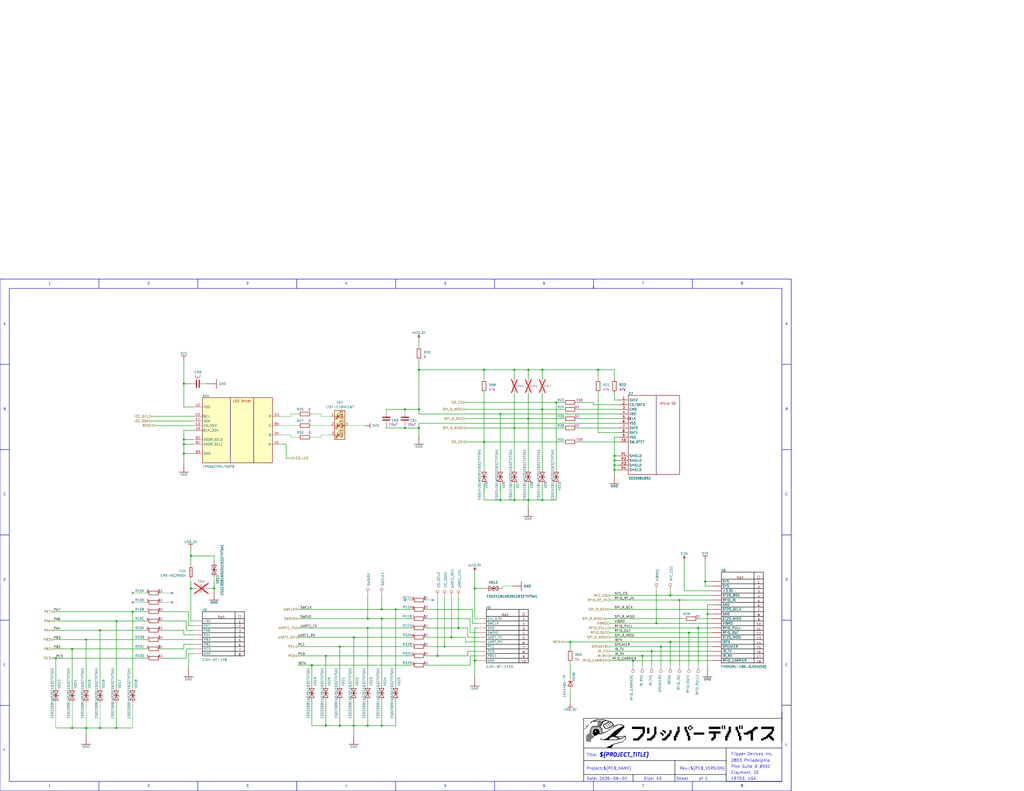
<source format=kicad_sch>
(kicad_sch (version 20230121) (generator eeschema)
  (paper "C")
  (title_block (rev "-"))
  (junction (at 242.57 353.06))
  (junction (at 54.61 397.51))
  (junction (at 370.84 327.66))
  (junction (at 170.18 363.22))
  (junction (at 295.91 223.52))
  (junction (at 46.99 397.51))
  (junction (at 215.9 332.74))
  (junction (at 208.28 396.24))
  (junction (at 335.28 251.46))
  (junction (at 200.66 396.24))
  (junction (at 39.37 397.51))
  (junction (at 264.16 241.3))
  (junction (at 246.38 347.98))
  (junction (at 104.14 321.31))
  (junction (at 381 342.9))
  (junction (at 288.29 201.93))
  (junction (at 208.28 332.74))
  (junction (at 288.29 273.05))
  (junction (at 100.33 242.57))
  (junction (at 335.28 254))
  (junction (at 100.33 209.55))
  (junction (at 100.33 240.03))
  (junction (at 46.99 349.25))
  (junction (at 335.28 248.92))
  (junction (at 220.98 233.68))
  (junction (at 193.04 396.24))
  (junction (at 280.67 273.05))
  (junction (at 100.33 247.65))
  (junction (at 39.37 354.33))
  (junction (at 193.04 347.98))
  (junction (at 360.68 353.06))
  (junction (at 116.84 321.31))
  (junction (at 280.67 201.93))
  (junction (at 273.05 226.06))
  (junction (at 335.28 256.54))
  (junction (at 228.6 233.68))
  (junction (at 384.81 317.5))
  (junction (at 375.92 345.44))
  (junction (at 280.67 233.68))
  (junction (at 185.42 353.06))
  (junction (at 200.66 337.82))
  (junction (at 358.14 340.36))
  (junction (at 72.39 334.01))
  (junction (at 200.66 342.9))
  (junction (at 30.48 359.41))
  (junction (at 345.44 360.68))
  (junction (at 273.05 273.05))
  (junction (at 177.8 396.24))
  (junction (at 365.76 325.12))
  (junction (at 177.8 358.14))
  (junction (at 365.76 350.52))
  (junction (at 386.08 335.28))
  (junction (at 54.61 344.17))
  (junction (at 250.19 342.9))
  (junction (at 350.52 358.14))
  (junction (at 104.14 303.53))
  (junction (at 208.28 337.82))
  (junction (at 63.5 339.09))
  (junction (at 288.29 228.6))
  (junction (at 259.08 360.68))
  (junction (at 220.98 223.52))
  (junction (at 238.76 358.14))
  (junction (at 264.16 201.93))
  (junction (at 295.91 201.93))
  (junction (at 228.6 223.52))
  (junction (at 63.5 397.51))
  (junction (at 295.91 273.05))
  (junction (at 303.53 219.71))
  (junction (at 326.39 201.93))
  (junction (at 355.6 355.6))
  (junction (at 259.08 321.31))
  (junction (at 311.15 350.52))
  (junction (at 185.42 396.24))
  (junction (at 228.6 201.93))
  (no_connect (at 93.98 328.93))
  (no_connect (at 72.39 323.85))
  (no_connect (at 93.98 323.85))
  (no_connect (at 220.98 327.66))
  (no_connect (at 72.39 328.93))
  (no_connect (at 236.22 327.66))
  (wire (pts (xy 87.63 323.85) (xy 93.98 323.85)))
  (polyline (pts (xy 426.72 292.1) (xy 431.8 292.1)) (stroke (width 0.254) (type solid)))
  (wire (pts (xy 87.63 328.93) (xy 93.98 328.93)))
  (wire (pts (xy 177.8 396.24) (xy 185.42 396.24)) (stroke (width 0.254)))
  (wire (pts (xy 208.28 382.27) (xy 208.28 396.24)) (stroke (width 0.254)))
  (wire (pts (xy 208.28 332.74) (xy 215.9 332.74)) (stroke (width 0.254)))
  (wire (pts (xy 153.67 232.41) (xy 162.56 232.41)))
  (wire (pts (xy 332.74 342.9) (xy 381 342.9)) (stroke (width 0.254)))
  (polyline (pts (xy 426.72 338.667) (xy 431.8 338.667)) (stroke (width 0.254) (type solid)))
  (polyline (pts (xy 323.85 426.72) (xy 323.85 431.8)) (stroke (width 0.254) (type solid)))
  (polyline (pts (xy 426.72 198.967) (xy 431.8 198.967)) (stroke (width 0.254) (type solid)))
  (wire (pts (xy 208.28 337.82) (xy 224.79 337.82)) (stroke (width 0.254)))
  (wire (pts (xy 350.52 363.22) (xy 350.52 358.14)) (stroke (width 0.254)))
  (wire (pts (xy 264.16 241.3) (xy 264.16 256.54)) (stroke (width 0.254)))
  (wire (pts (xy 295.91 201.93) (xy 295.91 207.01)) (stroke (width 0.254)))
  (wire (pts (xy 280.67 273.05) (xy 288.29 273.05)) (stroke (width 0.254)))
  (wire (pts (xy 170.18 226.06) (xy 175.26 226.06)))
  (wire (pts (xy 228.6 185.42) (xy 228.6 189.23)) (stroke (width 0.254)))
  (wire (pts (xy 116.84 303.53) (xy 116.84 307.34)) (stroke (width 0.254)))
  (wire (pts (xy 46.99 401.32) (xy 46.99 397.51)) (stroke (width 0.254)))
  (wire (pts (xy 232.41 337.82) (xy 256.54 337.82)) (stroke (width 0.254)))
  (wire (pts (xy 375.92 345.44) (xy 332.74 345.44)) (stroke (width 0.254)))
  (wire (pts (xy 280.67 233.68) (xy 280.67 256.54)) (stroke (width 0.254)))
  (wire (pts (xy 170.18 232.41) (xy 180.34 232.41)))
  (wire (pts (xy 208.28 337.82) (xy 209.55 337.82)))
  (wire (pts (xy 46.99 375.92) (xy 46.99 349.25)) (stroke (width 0.254)))
  (wire (pts (xy 288.29 273.05) (xy 288.29 276.86)) (stroke (width 0.254)))
  (wire (pts (xy 63.5 397.51) (xy 72.39 397.51)) (stroke (width 0.254)))
  (wire (pts (xy 105.41 247.65) (xy 100.33 247.65)) (stroke (width 0.254)))
  (wire (pts (xy 232.41 363.22) (xy 256.54 363.22)) (stroke (width 0.254)))
  (polyline (pts (xy 396.24 426.72) (xy 426.72 426.72)) (stroke (width 0.254) (type solid) (color 0 0 0 1)))
  (polyline (pts (xy 426.678 426.677) (xy 5.08 426.677)) (stroke (width 0.254) (type solid)))
  (wire (pts (xy 87.63 339.09) (xy 101.6 339.09)) (stroke (width 0.254)))
  (wire (pts (xy 46.99 349.25) (xy 80.01 349.25)) (stroke (width 0.254)))
  (wire (pts (xy 337.82 218.44) (xy 335.28 218.44)) (stroke (width 0.254)))
  (polyline (pts (xy 0 152.4) (xy 431.758 152.4)) (stroke (width 0.254) (type solid)))
  (wire (pts (xy 337.82 248.92) (xy 335.28 248.92)) (stroke (width 0.254)))
  (wire (pts (xy 280.67 264.16) (xy 280.67 273.05)) (stroke (width 0.254)))
  (wire (pts (xy 232.41 327.66) (xy 236.22 327.66)))
  (wire (pts (xy 104.14 316.23) (xy 104.14 321.31)))
  (wire (pts (xy 254 223.52) (xy 295.91 223.52)) (stroke (width 0.254)))
  (wire (pts (xy 105.41 232.41) (xy 85.09 232.41)) (stroke (width 0.254)))
  (wire (pts (xy 54.61 344.17) (xy 80.01 344.17)) (stroke (width 0.254)))
  (wire (pts (xy 288.29 214.63) (xy 288.29 228.6)) (stroke (width 0.254)))
  (wire (pts (xy 388.62 317.5) (xy 384.81 317.5)) (stroke (width 0.254)))
  (wire (pts (xy 175.26 226.06) (xy 175.26 227.33)))
  (wire (pts (xy 335.28 256.54) (xy 337.82 256.54)) (stroke (width 0.254)))
  (wire (pts (xy 256.54 337.82) (xy 256.54 345.44)) (stroke (width 0.254)))
  (wire (pts (xy 260.35 342.9) (xy 259.08 342.9)) (stroke (width 0.254)))
  (wire (pts (xy 273.05 264.16) (xy 273.05 269.24)))
  (wire (pts (xy 100.33 209.55) (xy 104.14 209.55)) (stroke (width 0.254)))
  (wire (pts (xy 250.19 326.39) (xy 250.19 342.9)) (stroke (width 0.254)))
  (wire (pts (xy 335.28 201.93) (xy 326.39 201.93)) (stroke (width 0.254)))
  (wire (pts (xy 260.35 360.68) (xy 259.08 360.68)) (stroke (width 0.254)))
  (wire (pts (xy 162.56 363.22) (xy 170.18 363.22)) (stroke (width 0.254)))
  (wire (pts (xy 384.81 317.5) (xy 384.81 306.07)) (stroke (width 0.254)))
  (wire (pts (xy 72.39 383.54) (xy 72.39 397.51)))
  (wire (pts (xy 220.98 223.52) (xy 228.6 223.52)) (stroke (width 0.254)))
  (wire (pts (xy 210.82 223.52) (xy 210.82 224.79)) (stroke (width 0.254)))
  (polyline (pts (xy 396.24 422.91) (xy 318.516 422.91)) (stroke (width 0.254) (type solid) (color 0 0 0 1)))
  (wire (pts (xy 288.29 264.16) (xy 288.29 273.05)) (stroke (width 0.254)))
  (polyline (pts (xy 5.08 245.533) (xy 0 245.533)) (stroke (width 0.254) (type solid)))
  (wire (pts (xy 228.6 223.52) (xy 228.6 226.06)) (stroke (width 0.254)))
  (wire (pts (xy 175.26 237.49) (xy 175.26 238.76)))
  (polyline (pts (xy 377.825 426.72) (xy 377.825 431.8)) (stroke (width 0.254) (type solid)))
  (wire (pts (xy 200.66 382.27) (xy 200.66 396.24)) (stroke (width 0.254)))
  (wire (pts (xy 102.87 334.01) (xy 102.87 341.63)) (stroke (width 0.254)))
  (wire (pts (xy 255.27 347.98) (xy 260.35 347.98)) (stroke (width 0.254)))
  (wire (pts (xy 274.32 320.04) (xy 279.4 320.04)))
  (wire (pts (xy 30.48 359.41) (xy 80.01 359.41)) (stroke (width 0.254)))
  (wire (pts (xy 255.27 342.9) (xy 255.27 347.98)) (stroke (width 0.254)))
  (wire (pts (xy 87.63 349.25) (xy 105.41 349.25)) (stroke (width 0.254)))
  (wire (pts (xy 190.5 232.41) (xy 199.39 232.41)))
  (wire (pts (xy 39.37 354.33) (xy 29.21 354.33)) (stroke (width 0.254)))
  (wire (pts (xy 314.96 219.71) (xy 323.85 219.71)) (stroke (width 0.254)))
  (polyline (pts (xy 5.08 157.481) (xy 426.678 157.481)) (stroke (width 0.254) (type solid)))
  (wire (pts (xy 158.75 250.19) (xy 156.21 250.19)) (stroke (width 0.254)))
  (wire (pts (xy 104.14 321.31) (xy 104.14 339.09)) (stroke (width 0.254)))
  (wire (pts (xy 330.2 337.82) (xy 373.38 337.82)) (stroke (width 0.254)))
  (wire (pts (xy 200.66 337.82) (xy 208.28 337.82)) (stroke (width 0.254)))
  (wire (pts (xy 46.99 349.25) (xy 29.21 349.25)) (stroke (width 0.254)))
  (wire (pts (xy 264.16 241.3) (xy 254 241.3)) (stroke (width 0.254)))
  (wire (pts (xy 365.76 363.22) (xy 365.76 350.52)) (stroke (width 0.254)))
  (wire (pts (xy 264.16 201.93) (xy 264.16 207.01)) (stroke (width 0.254)))
  (polyline (pts (xy 107.95 157.48) (xy 107.95 152.4)) (stroke (width 0.254) (type solid)))
  (wire (pts (xy 259.08 337.82) (xy 260.35 337.82)) (stroke (width 0.254)))
  (polyline (pts (xy 377.825 157.48) (xy 377.825 152.4)) (stroke (width 0.254) (type solid)))
  (wire (pts (xy 193.04 401.32) (xy 193.04 396.24)) (stroke (width 0.254)))
  (polyline (pts (xy 161.925 426.72) (xy 161.925 431.8)) (stroke (width 0.254) (type solid)))
  (polyline (pts (xy 269.875 157.48) (xy 269.875 152.4)) (stroke (width 0.254) (type solid)))
  (wire (pts (xy 54.61 344.17) (xy 29.21 344.17)) (stroke (width 0.254)))
  (wire (pts (xy 63.5 339.09) (xy 80.01 339.09)) (stroke (width 0.254)))
  (wire (pts (xy 210.82 223.52) (xy 220.98 223.52)) (stroke (width 0.254)))
  (polyline (pts (xy 426.72 385.064) (xy 431.8 385.064)) (stroke (width 0.254) (type solid) (color 0 0 0 1)))
  (wire (pts (xy 105.41 354.33) (xy 101.6 354.33)) (stroke (width 0.254)))
  (wire (pts (xy 246.38 347.98) (xy 254 347.98)) (stroke (width 0.254)))
  (wire (pts (xy 259.08 321.31) (xy 259.08 320.04)))
  (polyline (pts (xy 345.44 426.72) (xy 345.44 422.91)) (stroke (width 0.254) (type solid) (color 0 0 0 1)))
  (polyline (pts (xy 5.08 426.677) (xy 5.08 157.481)) (stroke (width 0.254) (type solid)))
  (wire (pts (xy 257.81 332.74) (xy 257.81 340.36)) (stroke (width 0.254)))
  (wire (pts (xy 303.53 264.16) (xy 303.53 273.05)) (stroke (width 0.254)))
  (wire (pts (xy 384.81 320.04) (xy 384.81 317.5)) (stroke (width 0.254)))
  (polyline (pts (xy 396.24 415.29) (xy 318.516 415.29)) (stroke (width 0.254) (type solid) (color 0 0 0 1)))
  (wire (pts (xy 365.76 325.12) (xy 388.62 325.12)) (stroke (width 0.254)))
  (wire (pts (xy 105.41 222.25) (xy 100.33 222.25)) (stroke (width 0.254)))
  (wire (pts (xy 323.85 220.98) (xy 337.82 220.98)) (stroke (width 0.254)))
  (wire (pts (xy 335.28 254) (xy 335.28 256.54)) (stroke (width 0.254)))
  (wire (pts (xy 311.15 377.19) (xy 311.15 383.54)) (stroke (width 0.254)))
  (polyline (pts (xy 323.85 157.48) (xy 323.85 156.21)) (stroke (width 0.254) (type solid)))
  (wire (pts (xy 100.33 240.03) (xy 100.33 242.57)) (stroke (width 0.254)))
  (wire (pts (xy 360.68 353.06) (xy 388.62 353.06)) (stroke (width 0.254)))
  (wire (pts (xy 259.08 360.68) (xy 259.08 369.57)) (stroke (width 0.254)))
  (wire (pts (xy 335.28 259.08) (xy 335.28 256.54)) (stroke (width 0.254)))
  (wire (pts (xy 360.68 363.22) (xy 360.68 353.06)) (stroke (width 0.254)))
  (wire (pts (xy 335.28 251.46) (xy 337.82 251.46)) (stroke (width 0.254)))
  (wire (pts (xy 345.44 360.68) (xy 388.62 360.68)) (stroke (width 0.254)))
  (wire (pts (xy 54.61 375.92) (xy 54.61 344.17)) (stroke (width 0.254)))
  (wire (pts (xy 105.41 242.57) (xy 100.33 242.57)) (stroke (width 0.254)))
  (polyline (pts (xy 5.08 292.1) (xy 0 292.1)) (stroke (width 0.254) (type solid)))
  (wire (pts (xy 345.44 363.22) (xy 345.44 360.68)) (stroke (width 0.254)))
  (wire (pts (xy 332.74 355.6) (xy 355.6 355.6)) (stroke (width 0.254)))
  (wire (pts (xy 228.6 231.14) (xy 337.82 231.14)) (stroke (width 0.254)))
  (wire (pts (xy 311.15 361.95) (xy 311.15 369.57)) (stroke (width 0.254)))
  (wire (pts (xy 335.28 251.46) (xy 335.28 254)) (stroke (width 0.254)))
  (wire (pts (xy 373.38 322.58) (xy 373.38 306.07)) (stroke (width 0.254)))
  (wire (pts (xy 388.62 335.28) (xy 386.08 335.28)) (stroke (width 0.254)))
  (wire (pts (xy 180.34 237.49) (xy 175.26 237.49)))
  (wire (pts (xy 250.19 342.9) (xy 255.27 342.9)) (stroke (width 0.254)))
  (wire (pts (xy 101.6 339.09) (xy 101.6 344.17)) (stroke (width 0.254)))
  (wire (pts (xy 288.29 264.16) (xy 288.29 269.24)))
  (wire (pts (xy 358.14 322.58) (xy 358.14 340.36)) (stroke (width 0.254)))
  (wire (pts (xy 314.96 223.52) (xy 337.82 223.52)) (stroke (width 0.254)))
  (wire (pts (xy 228.6 226.06) (xy 273.05 226.06)) (stroke (width 0.254)))
  (wire (pts (xy 256.54 363.22) (xy 256.54 358.14)) (stroke (width 0.254)))
  (wire (pts (xy 232.41 342.9) (xy 250.19 342.9)) (stroke (width 0.254)))
  (polyline (pts (xy 5.08 385.233) (xy 0 385.233)) (stroke (width 0.254) (type solid)))
  (wire (pts (xy 220.98 327.66) (xy 224.79 327.66)))
  (wire (pts (xy 273.05 226.06) (xy 337.82 226.06)) (stroke (width 0.254)))
  (wire (pts (xy 177.8 382.27) (xy 177.8 396.24)) (stroke (width 0.254)))
  (polyline (pts (xy 426.678 388.874) (xy 426.678 405.13)) (stroke (width 0.254) (type solid) (color 0 0 0 1)))
  (wire (pts (xy 386.08 335.28) (xy 386.08 364.49)) (stroke (width 0.254)))
  (wire (pts (xy 332.74 340.36) (xy 358.14 340.36)) (stroke (width 0.254)))
  (wire (pts (xy 332.74 327.66) (xy 370.84 327.66)) (stroke (width 0.254)))
  (wire (pts (xy 259.08 342.9) (xy 259.08 360.68)) (stroke (width 0.254)))
  (wire (pts (xy 259.08 312.42) (xy 259.08 321.31)) (stroke (width 0.254)))
  (wire (pts (xy 314.96 241.3) (xy 337.82 241.3)) (stroke (width 0.254)))
  (wire (pts (xy 72.39 323.85) (xy 80.01 323.85)))
  (wire (pts (xy 280.67 264.16) (xy 280.67 269.24)))
  (wire (pts (xy 257.81 340.36) (xy 260.35 340.36)) (stroke (width 0.254)))
  (wire (pts (xy 280.67 233.68) (xy 307.34 233.68)) (stroke (width 0.254)))
  (wire (pts (xy 326.39 201.93) (xy 326.39 207.01)) (stroke (width 0.254)))
  (wire (pts (xy 116.84 321.31) (xy 116.84 322.58)) (stroke (width 0.254)))
  (wire (pts (xy 39.37 354.33) (xy 80.01 354.33)) (stroke (width 0.254)))
  (wire (pts (xy 326.39 214.63) (xy 326.39 236.22)) (stroke (width 0.254)))
  (wire (pts (xy 162.56 347.98) (xy 193.04 347.98)) (stroke (width 0.254)))
  (wire (pts (xy 104.14 303.53) (xy 104.14 308.61)) (stroke (width 0.254)))
  (polyline (pts (xy 5.08 198.967) (xy 0 198.967)) (stroke (width 0.254) (type solid)))
  (wire (pts (xy 370.84 327.66) (xy 388.62 327.66)) (stroke (width 0.254)))
  (wire (pts (xy 295.91 264.16) (xy 295.91 269.24)))
  (wire (pts (xy 208.28 374.65) (xy 208.28 337.82)) (stroke (width 0.254)))
  (wire (pts (xy 63.5 375.92) (xy 63.5 339.09)) (stroke (width 0.254)))
  (wire (pts (xy 238.76 358.14) (xy 238.76 326.39)) (stroke (width 0.254)))
  (wire (pts (xy 39.37 383.54) (xy 39.37 397.51)))
  (wire (pts (xy 210.82 233.68) (xy 220.98 233.68)) (stroke (width 0.254)))
  (polyline (pts (xy 368.3 426.72) (xy 368.3 422.91)) (stroke (width 0.254) (type solid) (color 0 0 0 1)))
  (wire (pts (xy 295.91 214.63) (xy 295.91 223.52)) (stroke (width 0.254)))
  (wire (pts (xy 105.41 234.95) (xy 100.33 234.95)) (stroke (width 0.254)))
  (wire (pts (xy 170.18 238.76) (xy 175.26 238.76)))
  (wire (pts (xy 72.39 334.01) (xy 29.21 334.01)) (stroke (width 0.254)))
  (wire (pts (xy 100.33 247.65) (xy 100.33 252.73)) (stroke (width 0.254)))
  (polyline (pts (xy 318.516 408.432) (xy 426.72 408.432)) (stroke (width 0.254) (type solid) (color 0 0 0 1)))
  (wire (pts (xy 288.29 201.93) (xy 295.91 201.93)) (stroke (width 0.254)))
  (wire (pts (xy 232.41 332.74) (xy 257.81 332.74)) (stroke (width 0.254)))
  (wire (pts (xy 273.05 226.06) (xy 273.05 256.54)) (stroke (width 0.254)))
  (wire (pts (xy 102.87 341.63) (xy 105.41 341.63)) (stroke (width 0.254)))
  (wire (pts (xy 259.08 321.31) (xy 259.08 337.82)) (stroke (width 0.254)))
  (wire (pts (xy 335.28 238.76) (xy 335.28 248.92)) (stroke (width 0.254)))
  (wire (pts (xy 288.29 228.6) (xy 307.34 228.6)) (stroke (width 0.254)))
  (wire (pts (xy 273.05 321.31) (xy 274.32 321.31)) (stroke (width 0.254)))
  (polyline (pts (xy 5.08 338.667) (xy 0 338.667)) (stroke (width 0.254) (type solid)))
  (wire (pts (xy 30.48 397.51) (xy 39.37 397.51)) (stroke (width 0.254)))
  (polyline (pts (xy 426.72 245.533) (xy 431.8 245.533)) (stroke (width 0.254) (type solid)))
  (wire (pts (xy 215.9 382.27) (xy 215.9 396.24)) (stroke (width 0.254)))
  (wire (pts (xy 158.75 226.06) (xy 162.56 226.06)))
  (wire (pts (xy 303.53 264.16) (xy 303.53 269.24)))
  (wire (pts (xy 193.04 347.98) (xy 224.79 347.98)) (stroke (width 0.254)))
  (wire (pts (xy 332.74 360.68) (xy 345.44 360.68)) (stroke (width 0.254)))
  (wire (pts (xy 370.84 363.22) (xy 370.84 327.66)) (stroke (width 0.254)))
  (wire (pts (xy 220.98 233.68) (xy 228.6 233.68)) (stroke (width 0.254)))
  (wire (pts (xy 246.38 326.39) (xy 246.38 347.98)) (stroke (width 0.254)))
  (wire (pts (xy 54.61 383.54) (xy 54.61 397.51)))
  (wire (pts (xy 193.04 374.65) (xy 193.04 347.98)) (stroke (width 0.254)))
  (wire (pts (xy 314.96 233.68) (xy 337.82 233.68)) (stroke (width 0.254)))
  (wire (pts (xy 365.76 325.12) (xy 365.76 322.58)) (stroke (width 0.254)))
  (wire (pts (xy 100.33 354.33) (xy 100.33 351.79)) (stroke (width 0.254)))
  (wire (pts (xy 228.6 201.93) (xy 228.6 223.52)) (stroke (width 0.254)))
  (wire (pts (xy 101.6 344.17) (xy 105.41 344.17)) (stroke (width 0.254)))
  (polyline (pts (xy 431.758 431.758) (xy 0 431.758)) (stroke (width 0.254) (type solid)))
  (wire (pts (xy 332.74 347.98) (xy 388.62 347.98)) (stroke (width 0.254)))
  (wire (pts (xy 63.5 383.54) (xy 63.5 397.51)) (stroke (width 0.254)))
  (wire (pts (xy 256.54 358.14) (xy 260.35 358.14)) (stroke (width 0.254)))
  (polyline (pts (xy 107.95 426.72) (xy 107.95 431.8)) (stroke (width 0.254) (type solid)))
  (wire (pts (xy 116.84 314.96) (xy 116.84 321.31)))
  (wire (pts (xy 264.16 214.63) (xy 264.16 241.3)) (stroke (width 0.254)))
  (wire (pts (xy 162.56 337.82) (xy 200.66 337.82)) (stroke (width 0.254)))
  (wire (pts (xy 228.6 233.68) (xy 228.6 231.14)) (stroke (width 0.254)))
  (wire (pts (xy 232.41 353.06) (xy 242.57 353.06)) (stroke (width 0.254)))
  (wire (pts (xy 63.5 339.09) (xy 29.21 339.09)) (stroke (width 0.254)))
  (wire (pts (xy 242.57 326.39) (xy 242.57 353.06)) (stroke (width 0.254)))
  (wire (pts (xy 167.64 363.22) (xy 170.18 363.22)))
  (wire (pts (xy 158.75 237.49) (xy 153.67 237.49)))
  (wire (pts (xy 156.21 250.19) (xy 156.21 242.57)) (stroke (width 0.254)))
  (wire (pts (xy 104.14 299.72) (xy 104.14 303.53)) (stroke (width 0.254)))
  (wire (pts (xy 232.41 347.98) (xy 246.38 347.98)) (stroke (width 0.254)))
  (wire (pts (xy 30.48 359.41) (xy 29.21 359.41)) (stroke (width 0.254)))
  (wire (pts (xy 200.66 325.12) (xy 200.66 337.82)) (stroke (width 0.254)))
  (wire (pts (xy 288.29 228.6) (xy 288.29 256.54)) (stroke (width 0.254)))
  (wire (pts (xy 185.42 382.27) (xy 185.42 396.24)) (stroke (width 0.254)))
  (wire (pts (xy 200.66 337.82) (xy 201.93 337.82)))
  (wire (pts (xy 170.18 374.65) (xy 170.18 363.22)) (stroke (width 0.254)))
  (wire (pts (xy 102.87 356.87) (xy 102.87 364.49)) (stroke (width 0.254)))
  (wire (pts (xy 311.15 350.52) (xy 365.76 350.52)) (stroke (width 0.254)))
  (wire (pts (xy 314.96 228.6) (xy 337.82 228.6)) (stroke (width 0.254)))
  (polyline (pts (xy 431.758 152.4) (xy 431.758 431.758)) (stroke (width 0.254) (type solid)))
  (wire (pts (xy 280.67 201.93) (xy 288.29 201.93)) (stroke (width 0.254)))
  (wire (pts (xy 228.6 201.93) (xy 264.16 201.93)) (stroke (width 0.254)))
  (wire (pts (xy 254 350.52) (xy 260.35 350.52)) (stroke (width 0.254)))
  (polyline (pts (xy 396.24 426.72) (xy 396.24 408.432)) (stroke (width 0.254) (type solid) (color 0 0 0 1)))
  (wire (pts (xy 104.14 317.5) (xy 104.14 321.31)) (stroke (width 0.254)))
  (wire (pts (xy 215.9 374.65) (xy 215.9 332.74)) (stroke (width 0.254)))
  (wire (pts (xy 288.29 273.05) (xy 295.91 273.05)) (stroke (width 0.254)))
  (wire (pts (xy 100.33 234.95) (xy 100.33 240.03)) (stroke (width 0.254)))
  (wire (pts (xy 350.52 358.14) (xy 332.74 358.14)) (stroke (width 0.254)))
  (wire (pts (xy 208.28 396.24) (xy 215.9 396.24)) (stroke (width 0.254)))
  (wire (pts (xy 295.91 264.16) (xy 295.91 273.05)) (stroke (width 0.254)))
  (wire (pts (xy 111.76 209.55) (xy 113.03 209.55)) (stroke (width 0.254)))
  (wire (pts (xy 106.68 321.31) (xy 104.14 321.31)) (stroke (width 0.254)))
  (wire (pts (xy 264.16 264.16) (xy 264.16 269.24)))
  (wire (pts (xy 158.75 238.76) (xy 158.75 237.49)))
  (wire (pts (xy 303.53 219.71) (xy 303.53 256.54)) (stroke (width 0.254)))
  (wire (pts (xy 177.8 358.14) (xy 176.53 358.14)))
  (wire (pts (xy 254 219.71) (xy 303.53 219.71)) (stroke (width 0.254)))
  (wire (pts (xy 388.62 345.44) (xy 375.92 345.44)) (stroke (width 0.254)))
  (polyline (pts (xy 53.975 157.48) (xy 53.975 152.4)) (stroke (width 0.254) (type solid)))
  (wire (pts (xy 228.6 196.85) (xy 228.6 201.93)) (stroke (width 0.254)))
  (wire (pts (xy 365.76 350.52) (xy 388.62 350.52)) (stroke (width 0.254)))
  (wire (pts (xy 100.33 209.55) (xy 100.33 196.85)) (stroke (width 0.254)))
  (wire (pts (xy 170.18 363.22) (xy 224.79 363.22)) (stroke (width 0.254)))
  (polyline (pts (xy 323.85 157.48) (xy 323.85 152.4)) (stroke (width 0.254) (type solid)))
  (wire (pts (xy 381 342.9) (xy 388.62 342.9)) (stroke (width 0.254)))
  (polyline (pts (xy 269.875 426.72) (xy 269.875 431.8)) (stroke (width 0.254) (type solid)))
  (wire (pts (xy 337.82 238.76) (xy 335.28 238.76)) (stroke (width 0.254)))
  (wire (pts (xy 101.6 354.33) (xy 101.6 359.41)) (stroke (width 0.254)))
  (wire (pts (xy 335.28 201.93) (xy 335.28 207.01)) (stroke (width 0.254)))
  (wire (pts (xy 185.42 374.65) (xy 185.42 353.06)) (stroke (width 0.254)))
  (wire (pts (xy 177.8 358.14) (xy 224.79 358.14)) (stroke (width 0.254)))
  (wire (pts (xy 388.62 320.04) (xy 384.81 320.04)) (stroke (width 0.254)))
  (wire (pts (xy 162.56 238.76) (xy 158.75 238.76)))
  (wire (pts (xy 215.9 332.74) (xy 224.79 332.74)) (stroke (width 0.254)))
  (wire (pts (xy 100.33 242.57) (xy 100.33 247.65)) (stroke (width 0.254)))
  (wire (pts (xy 177.8 374.65) (xy 177.8 358.14)) (stroke (width 0.254)))
  (wire (pts (xy 30.48 375.92) (xy 30.48 359.41)) (stroke (width 0.254)))
  (polyline (pts (xy 0 431.758) (xy 0 152.4)) (stroke (width 0.254) (type solid)))
  (wire (pts (xy 220.98 232.41) (xy 220.98 233.68)))
  (wire (pts (xy 259.08 321.31) (xy 265.43 321.31)) (stroke (width 0.254)))
  (wire (pts (xy 104.14 339.09) (xy 105.41 339.09)) (stroke (width 0.254)))
  (wire (pts (xy 274.32 321.31) (xy 274.32 320.04)))
  (wire (pts (xy 358.14 340.36) (xy 388.62 340.36)) (stroke (width 0.254)))
  (wire (pts (xy 323.85 219.71) (xy 323.85 220.98)) (stroke (width 0.254)))
  (wire (pts (xy 381 337.82) (xy 388.62 337.82)) (stroke (width 0.254)))
  (wire (pts (xy 162.56 342.9) (xy 200.66 342.9)) (stroke (width 0.254)))
  (wire (pts (xy 256.54 345.44) (xy 260.35 345.44)) (stroke (width 0.254)))
  (wire (pts (xy 87.63 344.17) (xy 100.33 344.17)) (stroke (width 0.254)))
  (wire (pts (xy 87.63 334.01) (xy 102.87 334.01)) (stroke (width 0.254)))
  (wire (pts (xy 100.33 351.79) (xy 105.41 351.79)) (stroke (width 0.254)))
  (wire (pts (xy 386.08 330.2) (xy 386.08 335.28)) (stroke (width 0.254)))
  (wire (pts (xy 208.28 332.74) (xy 162.56 332.74)) (stroke (width 0.254)))
  (wire (pts (xy 193.04 382.27) (xy 193.04 396.24)) (stroke (width 0.254)))
  (wire (pts (xy 264.16 264.16) (xy 264.16 273.05)) (stroke (width 0.254)))
  (wire (pts (xy 355.6 363.22) (xy 355.6 355.6)) (stroke (width 0.254)))
  (wire (pts (xy 54.61 397.51) (xy 63.5 397.51)) (stroke (width 0.254)))
  (wire (pts (xy 303.53 219.71) (xy 307.34 219.71)) (stroke (width 0.254)))
  (wire (pts (xy 200.66 396.24) (xy 208.28 396.24)) (stroke (width 0.254)))
  (wire (pts (xy 208.28 332.74) (xy 209.55 332.74)))
  (wire (pts (xy 295.91 201.93) (xy 326.39 201.93)) (stroke (width 0.254)))
  (wire (pts (xy 199.39 396.24) (xy 200.66 396.24)))
  (wire (pts (xy 295.91 223.52) (xy 307.34 223.52)) (stroke (width 0.254)))
  (wire (pts (xy 39.37 397.51) (xy 46.99 397.51)) (stroke (width 0.254)))
  (wire (pts (xy 388.62 322.58) (xy 373.38 322.58)) (stroke (width 0.254)))
  (wire (pts (xy 295.91 223.52) (xy 295.91 256.54)) (stroke (width 0.254)))
  (wire (pts (xy 335.28 214.63) (xy 335.28 218.44)) (stroke (width 0.254)))
  (wire (pts (xy 162.56 353.06) (xy 185.42 353.06)) (stroke (width 0.254)))
  (wire (pts (xy 72.39 334.01) (xy 80.01 334.01)) (stroke (width 0.254)))
  (wire (pts (xy 46.99 397.51) (xy 54.61 397.51)) (stroke (width 0.254)))
  (wire (pts (xy 153.67 227.33) (xy 158.75 227.33)))
  (wire (pts (xy 82.55 227.33) (xy 105.41 227.33)) (stroke (width 0.254)))
  (wire (pts (xy 255.27 358.14) (xy 255.27 355.6)) (stroke (width 0.254)))
  (wire (pts (xy 264.16 273.05) (xy 273.05 273.05)) (stroke (width 0.254)))
  (wire (pts (xy 388.62 358.14) (xy 350.52 358.14)) (stroke (width 0.254)))
  (polyline (pts (xy 215.9 157.48) (xy 215.9 152.4)) (stroke (width 0.254) (type solid)))
  (wire (pts (xy 162.56 358.14) (xy 177.8 358.14)) (stroke (width 0.254)))
  (wire (pts (xy 105.41 356.87) (xy 102.87 356.87)) (stroke (width 0.254)))
  (wire (pts (xy 39.37 375.92) (xy 39.37 354.33)) (stroke (width 0.254)))
  (wire (pts (xy 254 347.98) (xy 254 350.52)) (stroke (width 0.254)))
  (wire (pts (xy 87.63 354.33) (xy 100.33 354.33)) (stroke (width 0.254)))
  (wire (pts (xy 264.16 201.93) (xy 280.67 201.93)) (stroke (width 0.254)))
  (wire (pts (xy 105.41 240.03) (xy 100.33 240.03)) (stroke (width 0.254)))
  (wire (pts (xy 280.67 201.93) (xy 280.67 207.01)) (stroke (width 0.254)))
  (wire (pts (xy 255.27 355.6) (xy 260.35 355.6)) (stroke (width 0.254)))
  (wire (pts (xy 264.16 241.3) (xy 307.34 241.3)) (stroke (width 0.254)))
  (wire (pts (xy 254 228.6) (xy 288.29 228.6)) (stroke (width 0.254)))
  (wire (pts (xy 82.55 229.87) (xy 105.41 229.87)) (stroke (width 0.254)))
  (wire (pts (xy 72.39 328.93) (xy 80.01 328.93)))
  (wire (pts (xy 72.39 375.92) (xy 72.39 334.01)) (stroke (width 0.254)))
  (wire (pts (xy 388.62 330.2) (xy 386.08 330.2)) (stroke (width 0.254)))
  (wire (pts (xy 158.75 227.33) (xy 158.75 226.06)))
  (wire (pts (xy 156.21 242.57) (xy 153.67 242.57)) (stroke (width 0.254)))
  (wire (pts (xy 170.18 382.27) (xy 170.18 396.24)) (stroke (width 0.254)))
  (wire (pts (xy 114.3 321.31) (xy 116.84 321.31)) (stroke (width 0.254)))
  (wire (pts (xy 307.34 350.52) (xy 311.15 350.52)) (stroke (width 0.254)))
  (wire (pts (xy 332.74 325.12) (xy 365.76 325.12)) (stroke (width 0.254)))
  (wire (pts (xy 288.29 201.93) (xy 288.29 207.01)) (stroke (width 0.254)))
  (wire (pts (xy 280.67 214.63) (xy 280.67 233.68)) (stroke (width 0.254)))
  (wire (pts (xy 238.76 358.14) (xy 255.27 358.14)) (stroke (width 0.254)))
  (wire (pts (xy 200.66 342.9) (xy 224.79 342.9)) (stroke (width 0.254)))
  (wire (pts (xy 242.57 353.06) (xy 260.35 353.06)) (stroke (width 0.254)))
  (wire (pts (xy 210.82 232.41) (xy 210.82 233.68)) (stroke (width 0.254)))
  (wire (pts (xy 295.91 273.05) (xy 303.53 273.05)) (stroke (width 0.254)))
  (wire (pts (xy 193.04 396.24) (xy 200.66 396.24)) (stroke (width 0.254)))
  (wire (pts (xy 175.26 227.33) (xy 180.34 227.33)))
  (wire (pts (xy 337.82 236.22) (xy 326.39 236.22)) (stroke (width 0.254)))
  (wire (pts (xy 273.05 264.16) (xy 273.05 273.05)) (stroke (width 0.254)))
  (wire (pts (xy 232.41 358.14) (xy 238.76 358.14)) (stroke (width 0.254)))
  (wire (pts (xy 335.28 248.92) (xy 335.28 251.46)) (stroke (width 0.254)))
  (wire (pts (xy 208.28 325.12) (xy 208.28 332.74)) (stroke (width 0.254)))
  (wire (pts (xy 100.33 222.25) (xy 100.33 209.55)) (stroke (width 0.254)))
  (polyline (pts (xy 161.925 157.48) (xy 161.925 152.4)) (stroke (width 0.254) (type solid)))
  (wire (pts (xy 100.33 346.71) (xy 105.41 346.71)) (stroke (width 0.254)))
  (wire (pts (xy 185.42 353.06) (xy 224.79 353.06)) (stroke (width 0.254)))
  (wire (pts (xy 185.42 396.24) (xy 193.04 396.24)) (stroke (width 0.254)))
  (wire (pts (xy 273.05 273.05) (xy 280.67 273.05)) (stroke (width 0.254)))
  (wire (pts (xy 375.92 363.22) (xy 375.92 345.44)) (stroke (width 0.254)))
  (wire (pts (xy 30.48 383.54) (xy 30.48 397.51)))
  (polyline (pts (xy 53.975 426.72) (xy 53.975 431.8)) (stroke (width 0.254) (type solid)))
  (wire (pts (xy 381 363.22) (xy 381 342.9)) (stroke (width 0.254)))
  (wire (pts (xy 170.18 396.24) (xy 177.8 396.24)) (stroke (width 0.254)))
  (wire (pts (xy 228.6 237.49) (xy 228.6 233.68)) (stroke (width 0.254)))
  (wire (pts (xy 46.99 383.54) (xy 46.99 397.51)))
  (polyline (pts (xy 368.3 422.91) (xy 368.3 415.29)) (stroke (width 0.254) (type solid) (color 0 0 0 1)))
  (wire (pts (xy 332.74 353.06) (xy 360.68 353.06)) (stroke (width 0.254)))
  (wire (pts (xy 254 233.68) (xy 280.67 233.68)) (stroke (width 0.254)))
  (wire (pts (xy 200.66 374.65) (xy 200.66 342.9)) (stroke (width 0.254)))
  (wire (pts (xy 116.84 317.5) (xy 116.84 321.31)) (stroke (width 0.254)))
  (wire (pts (xy 355.6 355.6) (xy 388.62 355.6)) (stroke (width 0.254)))
  (polyline (pts (xy 426.678 157.481) (xy 426.678 426.677)) (stroke (width 0.254) (type solid)))
  (wire (pts (xy 332.74 332.74) (xy 388.62 332.74)) (stroke (width 0.254)))
  (wire (pts (xy 311.15 350.52) (xy 311.15 354.33)) (stroke (width 0.254)))
  (wire (pts (xy 87.63 359.41) (xy 101.6 359.41)) (stroke (width 0.254)))
  (wire (pts (xy 220.98 223.52) (xy 220.98 224.79)))
  (wire (pts (xy 215.9 332.74) (xy 217.17 332.74)))
  (wire (pts (xy 100.33 344.17) (xy 100.33 346.71)) (stroke (width 0.254)))
  (wire (pts (xy 104.14 303.53) (xy 116.84 303.53)) (stroke (width 0.254)))
  (wire (pts (xy 335.28 254) (xy 337.82 254)) (stroke (width 0.254)))
  (polyline (pts (xy 215.9 426.72) (xy 215.9 431.8)) (stroke (width 0.254) (type solid)))
  (polyline (pts (xy 426.72 392.176) (xy 318.516 392.176) (xy 318.516 426.466)) (stroke (width 0.254) (type solid) (color 0 0 0 1)))
  (image (at 372.436 400.431) (scale 1.24342))
  (text "E" (at 428.518 363.982 0) (effects (font (size 1.27 1.27)) (justify left bottom)))
  (text "Rev.:" (at 370.84 420.624 0) (effects (font (size 1.524 1.524)) (justify left bottom)))
  (text "Claymont, DE" (at 398.78 422.91 0) (effects (font (size 1.524 1.524) italic) (justify left bottom)))
  (text "6" (at 296.248 155.7 0) (effects (font (size 1.27 1.27)) (justify left bottom)))
  (text "F" (at 428.498 407.924 0) (effects (font (size 1.27 1.27)) (justify left bottom)))
  (text "4" (at 188.298 155.7 0) (effects (font (size 1.27 1.27)) (justify left bottom)))
  (text "A3" (at 358.14 426.212 0) (effects (font (size 1.524 1.524)) (justify left bottom)))
  (text "19703, USA" (at 398.78 426.212 0) (effects (font (size 1.524 1.524) italic) (justify left bottom)))
  (text "A" (at 1.862 177.715 0) (effects (font (size 1.27 1.27)) (justify left bottom)))
  (text "6" (at 296.248 430.02 0) (effects (font (size 1.27 1.27)) (justify left bottom)))
  (text "5" (at 242.273 430.02 0) (effects (font (size 1.27 1.27)) (justify left bottom)))
  (text "3" (at 134.323 430.02 0) (effects (font (size 1.27 1.27)) (justify left bottom)))
  (text "8" (at 404.198 430.02 0) (effects (font (size 1.27 1.27)) (justify left bottom)))
  (text "8" (at 404.198 155.7 0) (effects (font (size 1.27 1.27)) (justify left bottom)))
  (text "3" (at 134.323 155.7 0) (effects (font (size 1.27 1.27)) (justify left bottom)))
  (text "Sheet" (at 369.062 426.212 0) (effects (font (size 1.524 1.524)) (justify left bottom)))
  (text "Project:" (at 320.04 420.624 0) (effects (font (size 1.524 1.524)) (justify left bottom)))
  (text "${#}" (at 375.92 426.212 0) (effects (font (size 1.524 1.524)) (justify left bottom)))
  (text "2" (at 80.348 430.02 0) (effects (font (size 1.27 1.27)) (justify left bottom)))
  (text "7" (at 350.223 155.7 0) (effects (font (size 1.27 1.27)) (justify left bottom)))
  (text "${##}" (at 384.556 426.212 0) (effects (font (size 1.524 1.524)) (justify left bottom)))
  (text "A" (at 428.582 177.715 0) (effects (font (size 1.27 1.27)) (justify left bottom)))
  (text "B" (at 428.518 224.282 0) (effects (font (size 1.27 1.27)) (justify left bottom)))
  (text "${PROJECT_TITLE}" (at 326.898 413.512 0) (effects (font (size 2.032 2.032) bold italic) (justify left bottom)))
  (text "of" (at 381.254 426.212 0) (effects (font (size 1.524 1.524)) (justify left bottom)))
  (text "D" (at 1.734 317.415 0) (effects (font (size 1.27 1.27)) (justify left bottom)))
  (text "D" (at 428.454 317.415 0) (effects (font (size 1.27 1.27)) (justify left bottom)))
  (text "${CURRENT_DATE}" (at 326.898 426.212 0) (effects (font (size 1.524 1.524)) (justify left bottom)))
  (text "Date:" (at 320.04 426.212 0) (effects (font (size 1.524 1.524)) (justify left bottom)))
  (text "${PCB_VERSION}" (at 376.682 420.624 0) (effects (font (size 1.524 1.524)) (justify left bottom)))
  (text "Title:" (at 320.04 413.258 0) (effects (font (size 1.524 1.524)) (justify left bottom)))
  (text "5" (at 242.273 155.7 0) (effects (font (size 1.27 1.27)) (justify left bottom)))
  (text "2" (at 80.348 155.7 0) (effects (font (size 1.27 1.27)) (justify left bottom)))
  (text "4" (at 188.298 430.02 0) (effects (font (size 1.27 1.27)) (justify left bottom)))
  (text "2803 Philadelphia" (at 398.78 416.306 0) (effects (font (size 1.524 1.524) italic) (justify left bottom)))
  (text "Flipper Devices Inc." (at 398.78 412.75 0) (effects (font (size 1.524 1.524) italic) (justify left bottom)))
  (text "1" (at 26.373 155.7 0) (effects (font (size 1.27 1.27)) (justify left bottom)))
  (text "1" (at 26.373 430.02 0) (effects (font (size 1.27 1.27)) (justify left bottom)))
  (text "7" (at 350.223 430.02 0) (effects (font (size 1.27 1.27)) (justify left bottom)))
  (text "C" (at 428.454 270.849 0) (effects (font (size 1.27 1.27)) (justify left bottom)))
  (text "B" (at 1.798 224.282 0) (effects (font (size 1.27 1.27)) (justify left bottom)))
  (text "${PCB_NAME}" (at 329.184 420.624 0) (effects (font (size 1.524 1.524)) (justify left bottom)))
  (text "F" (at 1.798 410.549 0) (effects (font (size 1.27 1.27)) (justify left bottom)))
  (text "Pike Suite B #551" (at 398.78 419.608 0) (effects (font (size 1.524 1.524) italic) (justify left bottom)))
  (text "Size:" (at 351.282 426.212 0) (effects (font (size 1.524 1.524)) (justify left bottom)))
  (text "C" (at 1.734 270.849 0) (effects (font (size 1.27 1.27)) (justify left bottom)))
  (text "E" (at 1.798 363.982 0) (effects (font (size 1.27 1.27)) (justify left bottom)))
  (label "RFID_OUT" (at 335.28 345.44 0))
  (label "RFID_CARRIER" (at 334.01 360.68 0))
  (label "PC0" (at 162.56 358.14 0))
  (label "SPI_R_MISO" (at 335.28 337.82 0))
  (label "SWCLK" (at 163.83 332.74 0))
  (label "PC1" (at 162.56 353.06 0))
  (label "SPI_R_SCK" (at 335.28 332.74 0))
  (label "UART1_RX" (at 162.56 347.98 0))
  (label "PB3" (at 29.21 349.25 0))
  (label "NFC_CS" (at 335.28 325.12 0))
  (label "PA7" (at 29.21 334.01 0))
  (label "SWDIO" (at 163.83 337.82 0))
  (label "iBTN" (at 162.56 363.22 0))
  (label "RFID_PULL" (at 335.28 342.9 0))
  (label "VIBRO" (at 335.28 340.36 0))
  (label "SPI_R_MOSI" (at 335.28 347.98 0))
  (label "IR_TX" (at 335.28 355.6 0))
  (label "PC3" (at 30.48 359.41 0))
  (label "IR_RX" (at 335.28 358.14 0))
  (label "UART1_TX" (at 163.83 342.9 0))
  (label "PA4" (at 29.21 344.17 0))
  (label "PB2" (at 29.21 354.33 0))
  (label "iBTN" (at 335.28 350.52 0))
  (label "RFID_RF_IN" (at 335.28 327.66 0))
  (label "SPEAKER" (at 335.28 353.06 0))
  (label "PA6" (at 29.21 339.09 0))
  (hierarchical_label "RFID_PULL" (shape input) (at 332.74 342.9 180))
  (hierarchical_label "SPI_D_MOSI" (shape input) (at 254 223.52 180))
  (hierarchical_label "RFID_RF_IN" (shape output) (at 332.74 327.66 180))
  (hierarchical_label "PC0" (shape bidirectional) (at 162.56 358.14 180))
  (hierarchical_label "SPI_R_MOSI" (shape input) (at 332.74 347.98 180))
  (hierarchical_label "SD_CS" (shape input) (at 254 219.71 180))
  (hierarchical_label "SPI_R_MISO" (shape output) (at 330.2 337.82 180))
  (hierarchical_label "SPEAKER" (shape input) (at 332.74 353.06 180))
  (hierarchical_label "iBTN" (shape bidirectional) (at 307.34 350.52 180))
  (hierarchical_label "PA7" (shape bidirectional) (at 29.21 334.01 180))
  (hierarchical_label "RFID_OUT" (shape input) (at 332.74 345.44 180))
  (hierarchical_label "NFC_CS" (shape input) (at 332.74 325.12 180))
  (hierarchical_label "RESET" (shape input) (at 85.09 232.41 180))
  (hierarchical_label "SPI_D_MISO" (shape output) (at 254 233.68 180))
  (hierarchical_label "SD_CD" (shape output) (at 254 241.3 180))
  (hierarchical_label "UART1_RX" (shape output) (at 162.56 347.98 180))
  (hierarchical_label "PC3" (shape bidirectional) (at 29.21 359.41 180))
  (hierarchical_label "PB3" (shape bidirectional) (at 29.21 349.25 180))
  (hierarchical_label "VIBRO" (shape input) (at 332.74 340.36 180))
  (hierarchical_label "I2C_SCL" (shape input) (at 82.55 227.33 180))
  (hierarchical_label "RFID_CARRIER" (shape output) (at 332.74 360.68 180))
  (hierarchical_label "PA4" (shape bidirectional) (at 29.21 344.17 180))
  (hierarchical_label "PA6" (shape bidirectional) (at 29.21 339.09 180))
  (hierarchical_label "SPI_D_SCK" (shape input) (at 254 228.6 180))
  (hierarchical_label "LCD_LED" (shape input) (at 158.75 250.19 0))
  (hierarchical_label "IR_TX" (shape input) (at 332.74 355.6 180))
  (hierarchical_label "I2C_SDA" (shape bidirectional) (at 82.55 229.87 180))
  (hierarchical_label "SWCLK" (shape input) (at 162.56 332.74 180))
  (hierarchical_label "PC1" (shape bidirectional) (at 162.56 353.06 180))
  (hierarchical_label "UART1_TX" (shape input) (at 162.56 342.9 180))
  (hierarchical_label "SWDIO" (shape bidirectional) (at 162.56 337.82 180))
  (hierarchical_label "PB2" (shape bidirectional) (at 29.21 354.33 180))
  (hierarchical_label "SPI_R_SCK" (shape input) (at 332.74 332.74 180))
  (hierarchical_label "IR_RX" (shape output) (at 332.74 358.14 180))
  (symbol (lib_id "Device:R_Pack04_Split") (at 83.82 328.93 90) (unit 4)
    (property "Reference" "R10" (at 76.2 327.66 90))
    (property "Value" "WA04X510JTL" (effects hide))
    (property "Footprint" "Resistor_SMD:R_Array_Convex_4x0402" (effects hide))
    (property "ALTIUM_VALUE" "51" (at 87.63 327.66 90))
    (property "DESIGN ITEM ID" "Resistor_array" (effects hide))
    (property "MIN OPERATING TEMPERATURE" "-55°C" (effects hide))
    (property "PINS" "8" (effects hide))
    (property "MAX OPERATING TEMPERATURE" "155°C" (effects hide))
    (property "MANUFACTURER_PN" "WA04X510JTL" (effects hide))
    (property "INTERNAL_PN" "FDRES0086" (effects hide))
    (property "TOLERANCE" "5%" (effects hide))
    (property "ROHS COMPLIANT" "Yes" (effects hide))
    (property "COMPANY" "Flipper Devices" (effects hide))
    (property "COMPONENT TYPE" "Standard" (effects hide))
  )
  (symbol (lib_id "flipper_main-altium-import:Flipper_zero_PERIPHERY_0_FPC_connector_18") (at 403.86 322.58 0) (unit 1)
    (property "Reference" "X6" (at 393.446 312.166 0) (effects (justify left bottom)))
    (property "Value" "FH34SRJ-18S-0.5SH(50)" (at 393.446 364.744 0) (effects (justify left bottom)))
    (property "Footprint" "Connector_FFC-FPC:Hirose_FH12-18S-0.5SH_1x18-1MP_P0.50mm_Horizontal" (effects hide))
    (property "MANUFACTURER_PN" "FH34SRJ-18S-0.5SH(50)" (effects hide))
    (property "PIN COUNT" "18" (effects hide))
    (property "COMPANY" "Flipper Devices" (effects hide))
    (property "DESIGN ITEM ID" "FPC_connector_18" (effects hide))
    (property "MANUFACTURER" "Hirose Connector" (effects hide))
    (property "CASE" "18 pin Connector 2.54MM PITCH" (effects hide))
    (property "COMPONENT TYPE" "Standard" (effects hide))
    (property "INTERNAL_PN" "FDCON0006" (effects hide))
    (property "SOURCE" "Flipper_zero.SchLib" (effects hide))
    (property "ALTERNATIVE_PN" "CHIN-BAN F2D18U-A1G5-HR6 / TXGA FPC05035-18SBD113W5M" (effects hide))
  )
  (symbol (lib_id "flipper_main-altium-import:GND") (at 386.08 364.49 0) (unit 1)
    (property "Reference" "#PWR0213" (effects hide))
    (property "Value" "GND" (at 386.08 370.84 0))
  )
  (symbol (lib_id "Device:R_Pack04_Split") (at 228.6 363.22 90) (unit 4)
    (property "Reference" "R32" (at 222.25 361.95 90))
    (property "Value" "WA04X510JTL" (effects hide))
    (property "Footprint" "Resistor_SMD:R_Array_Convex_4x0402" (effects hide))
    (property "ALTIUM_VALUE" "51" (at 232.41 361.95 90))
    (property "DESIGN ITEM ID" "Resistor_array" (effects hide))
    (property "MIN OPERATING TEMPERATURE" "-55°C" (effects hide))
    (property "PINS" "8" (effects hide))
    (property "MAX OPERATING TEMPERATURE" "155°C" (effects hide))
    (property "MANUFACTURER_PN" "WA04X510JTL" (effects hide))
    (property "INTERNAL_PN" "FDRES0086" (effects hide))
    (property "TOLERANCE" "5%" (effects hide))
    (property "ROHS COMPLIANT" "Yes" (effects hide))
    (property "COMPANY" "Flipper Devices" (effects hide))
    (property "COMPONENT TYPE" "Standard" (effects hide))
  )
  (symbol (lib_id "flipper_main-altium-import:GND") (at 113.03 209.55 90) (unit 1)
    (property "Reference" "#PWR0196" (effects hide))
    (property "Value" "GND" (at 119.38 209.55 90) (effects (justify right)))
  )
  (symbol (lib_id "Device:R") (at 166.37 232.41 90) (unit 1)
    (property "Reference" "R27" (at 163.83 229.87 90))
    (property "Value" "0R" (effects hide))
    (property "Footprint" "Resistor_SMD:R_0402_1005Metric" (effects hide))
    (property "CASE" "0402" (effects hide))
    (property "PINS" "2" (effects hide))
    (property "CASE/PACKAGE" "0402" (effects hide))
    (property "COMPANY" "Flipper Devices" (effects hide))
    (property "INTERNAL_PN" "FDRES0001" (effects hide))
    (property "SOURCE" "Flipper_zero.SchLib" (effects hide))
    (property "ALTIUM_VALUE" "0" (at 168.91 229.87 90))
    (property "DESIGN ITEM ID" "RES_0R_0402" (effects hide))
    (property "TOLERANCE" "5%" (effects hide))
    (property "COMPONENT TYPE" "Standard" (effects hide))
    (property "ALTERNATIVE_PN" "Walsin WR04X000PTL / RALEC RTT02000JTH / FH RC-02000JT / YAGEO RC0402JR-070RL" (effects hide))
  )
  (symbol (lib_id "flipper_main-altium-import:ext3.3V") (at 228.6 185.42 180) (unit 1)
    (property "Reference" "#PWR0195" (effects hide))
    (property "Value" "ext3.3V" (at 228.6 181.61 0))
  )
  (symbol (lib_id "Device:D_TVS") (at 208.28 378.46 90) (unit 1)
    (property "Reference" "VD24" (at 210.82 374.65 0) (effects (justify left bottom)))
    (property "Value" "ESD230B1W0201E6327XTSA1" (at 207.01 392.43 0) (effects (justify left bottom)))
    (property "Footprint" "Diode_SMD:D_0201_0603Metric" (effects hide))
    (property "DESIGN ITEM ID" "Suppressor" (effects hide))
    (property "COMPANY" "Flipper Devices" (effects hide))
    (property "COMPONENT TYPE" "Standard" (effects hide))
    (property "CASE/PACKAGE" "0201" (effects hide))
    (property "MAX OPERATING TEMPERATURE" "125°C" (effects hide))
    (property "INTERNAL_PN" "FDDIO0012" (effects hide))
    (property "MIN OPERATING TEMPERATURE" "-55°C" (effects hide))
    (property "PINS" "2" (effects hide))
    (property "SOURCE" "Flipper_zero.SchLib" (effects hide))
    (property "ROHS COMPLIANT" "Yes" (effects hide))
    (property "CLASSNAME" "ESD0201" (effects hide))
  )
  (symbol (lib_id "Device:R") (at 311.15 233.68 90) (unit 1)
    (property "Reference" "R28" (at 306.07 232.41 90))
    (property "Value" "51R" (effects hide))
    (property "Footprint" "Resistor_SMD:R_0402_1005Metric" (effects hide))
    (property "CASE/PACKAGE" "0402" (effects hide))
    (property "COMPONENT TYPE" "Standard" (effects hide))
    (property "INTERNAL_PN" "FDRES0012" (effects hide))
    (property "TOLERANCE" "5%" (effects hide))
    (property "ALTIUM_VALUE" "51" (at 314.96 232.41 90))
    (property "COMPANY" "Flipper Devices" (effects hide))
    (property "PINS" "2" (effects hide))
    (property "DESIGN ITEM ID" "RES_51R_0402" (effects hide))
    (property "SOURCE" "Flipper_zero.SchLib" (effects hide))
    (property "CASE" "0402" (effects hide))
    (property "ALTERNATIVE_PN" "RALEC RTT02510JTP / Walsin WR04X510JTL / FH RC-02W510JT / YAGEO RC0402JR-0751RL" (effects hide))
  )
  (symbol (lib_id "Device:R") (at 377.19 337.82 270) (unit 1)
    (property "Reference" "R29" (at 374.65 335.28 90))
    (property "Value" "51R" (effects hide))
    (property "Footprint" "Resistor_SMD:R_0402_1005Metric" (effects hide))
    (property "CASE/PACKAGE" "0402" (effects hide))
    (property "COMPONENT TYPE" "Standard" (effects hide))
    (property "INTERNAL_PN" "FDRES0012" (effects hide))
    (property "TOLERANCE" "5%" (effects hide))
    (property "ALTIUM_VALUE" "51" (at 381 336.55 90))
    (property "COMPANY" "Flipper Devices" (effects hide))
    (property "PINS" "2" (effects hide))
    (property "DESIGN ITEM ID" "RES_51R_0402" (effects hide))
    (property "SOURCE" "Flipper_zero.SchLib" (effects hide))
    (property "CASE" "0402" (effects hide))
    (property "ALTERNATIVE_PN" "RALEC RTT02510JTP / Walsin WR04X510JTL / FH RC-02W510JT / YAGEO RC0402JR-0751RL" (effects hide))
  )
  (symbol (lib_id "flipper_main-altium-import:GND") (at 259.08 369.57 0) (unit 1)
    (property "Reference" "#PWR0211" (effects hide))
    (property "Value" "GND" (at 259.08 375.92 0))
  )
  (symbol (lib_id "Device:R") (at 264.16 210.82 0) (unit 1)
    (property "Reference" "R68" (at 266.7 210.185 0) (effects (justify left)))
    (property "Value" "47K" (effects hide))
    (property "Footprint" "Resistor_SMD:R_0402_1005Metric" (effects hide))
    (property "CASE" "0402" (effects hide))
    (property "COMPONENT TYPE" "Standard" (effects hide))
    (property "PINS" "2" (effects hide))
    (property "COMPANY" "Flipper Devices" (effects hide))
    (property "SOURCE" "Flipper_zero.SchLib" (effects hide))
    (property "TOLERANCE" "5%" (effects hide))
    (property "ALTIUM_VALUE" "47k" (at 266.7 212.725 0) (effects (justify left)))
    (property "DESIGN ITEM ID" "RES_47K_0402" (effects hide))
    (property "INTERNAL_PN" "FDRES0020" (effects hide))
    (property "CASE/PACKAGE" "0402" (effects hide))
    (property "ALTERNATIVE_PN" "YAGEO RC0402JR-0747KL / FH RC-02W473JT / Walsin WR04X473JTL / RALEC RTT02473JTH" (effects hide))
  )
  (symbol (lib_id "Connector:TestPoint") (at 381 363.22 180) (unit 1)
    (property "Reference" "RFID_PULL1" (at 379.73 368.3 90) (effects (justify left bottom)))
    (property "Value" "Control_point" (effects hide))
    (property "Footprint" "TestPoint:TestPoint_Pad_D1.0mm" (effects hide))
    (property "SOURCE" "Flipper_zero.SchLib" (effects hide))
    (property "COMPONENT TYPE" "Standard (No BOM)" (effects hide))
    (property "COMPANY" "Flipper Devices" (effects hide))
    (property "PIN COUNT" "1" (effects hide))
    (property "DESIGN ITEM ID" "control point" (effects hide))
    (property "CLASSNAME" "Testpoint" (effects hide))
  )
  (symbol (lib_id "flipper_main-altium-import:GND") (at 46.99 401.32 0) (unit 1)
    (property "Reference" "#PWR0200" (effects hide))
    (property "Value" "GND" (at 46.99 407.67 0))
  )
  (symbol (lib_id "Device:D_TVS") (at 177.8 378.46 90) (unit 1)
    (property "Reference" "VD20" (at 180.34 374.65 0) (effects (justify left bottom)))
    (property "Value" "ESD230B1W0201E6327XTSA1" (at 176.53 392.43 0) (effects (justify left bottom)))
    (property "Footprint" "Diode_SMD:D_0201_0603Metric" (effects hide))
    (property "DESIGN ITEM ID" "Suppressor" (effects hide))
    (property "COMPANY" "Flipper Devices" (effects hide))
    (property "COMPONENT TYPE" "Standard" (effects hide))
    (property "CASE/PACKAGE" "0201" (effects hide))
    (property "MAX OPERATING TEMPERATURE" "125°C" (effects hide))
    (property "INTERNAL_PN" "FDDIO0012" (effects hide))
    (property "MIN OPERATING TEMPERATURE" "-55°C" (effects hide))
    (property "PINS" "2" (effects hide))
    (property "SOURCE" "Flipper_zero.SchLib" (effects hide))
    (property "ROHS COMPLIANT" "Yes" (effects hide))
    (property "CLASSNAME" "ESD0201" (effects hide))
  )
  (symbol (lib_id "Device:D_TVS") (at 295.91 260.35 90) (unit 1)
    (property "Reference" "VD9" (at 298.45 266.7 0) (effects (justify left bottom)))
    (property "Value" "ESD241B1W0201E6327XTSA1" (at 294.64 273.05 0) (effects (justify left bottom)))
    (property "Footprint" "Diode_SMD:D_0201_0603Metric" (effects hide))
    (property "DESIGN ITEM ID" "Suppressor" (effects hide))
    (property "ROHS COMPLIANT" "Yes" (effects hide))
    (property "COMPANY" "Flipper Devices" (effects hide))
    (property "SOURCE" "Flipper_zero.SchLib" (effects hide))
    (property "PINS" "2" (effects hide))
    (property "INTERNAL_PN" "FDDIO0011" (effects hide))
    (property "MAX OPERATING TEMPERATURE" "125°C" (effects hide))
    (property "CASE/PACKAGE" "0201" (effects hide))
    (property "MANUFACTURER" "Diodes Incorporated" (effects hide))
    (property "MIN OPERATING TEMPERATURE" "-55°C" (effects hide))
    (property "COMPONENT TYPE" "Standard" (effects hide))
    (property "CLASSNAME" "ESD0201" (effects hide))
  )
  (symbol (lib_id "flipper_main-altium-import:GND") (at 116.84 322.58 0) (unit 1)
    (property "Reference" "#PWR0204" (effects hide))
    (property "Value" "GND" (at 116.84 328.93 0))
  )
  (symbol (lib_id "Device:R_Pack04_Split") (at 83.82 334.01 90) (unit 2)
    (property "Reference" "R10" (at 76.2 332.74 90))
    (property "Value" "WA04X510JTL" (effects hide))
    (property "Footprint" "Resistor_SMD:R_Array_Convex_4x0402" (effects hide))
    (property "ALTIUM_VALUE" "51" (at 87.63 332.74 90))
    (property "DESIGN ITEM ID" "Resistor_array" (effects hide))
    (property "MIN OPERATING TEMPERATURE" "-55°C" (effects hide))
    (property "PINS" "8" (effects hide))
    (property "MAX OPERATING TEMPERATURE" "155°C" (effects hide))
    (property "MANUFACTURER_PN" "WA04X510JTL" (effects hide))
    (property "INTERNAL_PN" "FDRES0086" (effects hide))
    (property "TOLERANCE" "5%" (effects hide))
    (property "ROHS COMPLIANT" "Yes" (effects hide))
    (property "COMPANY" "Flipper Devices" (effects hide))
    (property "COMPONENT TYPE" "Standard" (effects hide))
  )
  (symbol (lib_id "Connector:TestPoint") (at 365.76 322.58 0) (unit 1)
    (property "Reference" "NFC_CS1" (at 367.03 317.5 90) (effects (justify left bottom)))
    (property "Value" "Control_point" (effects hide))
    (property "Footprint" "TestPoint:TestPoint_Pad_D1.0mm" (effects hide))
    (property "SOURCE" "Flipper_zero.SchLib" (effects hide))
    (property "COMPONENT TYPE" "Standard (No BOM)" (effects hide))
    (property "COMPANY" "Flipper Devices" (effects hide))
    (property "PIN COUNT" "1" (effects hide))
    (property "DESIGN ITEM ID" "control point" (effects hide))
    (property "CLASSNAME" "Testpoint" (effects hide))
  )
  (symbol (lib_id "Device:R") (at 228.6 193.04 0) (unit 1)
    (property "Reference" "R20" (at 231.14 192.405 0) (effects (justify left)))
    (property "Value" "0R" (effects hide))
    (property "Footprint" "Resistor_SMD:R_0402_1005Metric" (effects hide))
    (property "CASE" "0402" (effects hide))
    (property "PINS" "2" (effects hide))
    (property "CASE/PACKAGE" "0402" (effects hide))
    (property "COMPANY" "Flipper Devices" (effects hide))
    (property "INTERNAL_PN" "FDRES0001" (effects hide))
    (property "SOURCE" "Flipper_zero.SchLib" (effects hide))
    (property "ALTIUM_VALUE" "0" (at 231.14 194.945 0) (effects (justify left)))
    (property "DESIGN ITEM ID" "RES_0R_0402" (effects hide))
    (property "TOLERANCE" "5%" (effects hide))
    (property "COMPONENT TYPE" "Standard" (effects hide))
    (property "ALTERNATIVE_PN" "Walsin WR04X000PTL / RALEC RTT02000JTH / FH RC-02000JT / YAGEO RC0402JR-070RL" (effects hide))
  )
  (symbol (lib_id "Device:C") (at 107.95 209.55 90) (unit 1)
    (property "Reference" "C59" (at 107.95 203.2 90))
    (property "Value" "1uF" (effects hide))
    (property "Footprint" "Capacitor_SMD:C_0402_1005Metric" (effects hide))
    (property "CASE/PACKAGE" "0402" (effects hide))
    (property "DIELECTRIC" "X5R" (effects hide))
    (property "CASE" "0402" (effects hide))
    (property "ALTIUM_VALUE" "1µF" (at 107.95 205.74 90))
    (property "TOLERANCE" "10%" (effects hide))
    (property "COMPANY" "Flipper Devices" (effects hide))
    (property "VOLTAGE" "16V" (effects hide))
    (property "INTERNAL_PN" "FDCAP0011" (effects hide))
    (property "ALTERNATIVE_PN" "Walsin 0402X105K160CT / YAGEO CC0402KRX5R7BB105 / FH 0402X105K160NT / SAMSUNG CL05A105KO5NNNC" (effects hide))
  )
  (symbol (lib_id "Device:R") (at 166.37 226.06 90) (unit 1)
    (property "Reference" "R25" (at 163.83 223.52 90))
    (property "Value" "0R" (effects hide))
    (property "Footprint" "Resistor_SMD:R_0402_1005Metric" (effects hide))
    (property "CASE" "0402" (effects hide))
    (property "PINS" "2" (effects hide))
    (property "CASE/PACKAGE" "0402" (effects hide))
    (property "COMPANY" "Flipper Devices" (effects hide))
    (property "INTERNAL_PN" "FDRES0001" (effects hide))
    (property "SOURCE" "Flipper_zero.SchLib" (effects hide))
    (property "ALTIUM_VALUE" "0" (at 168.91 223.52 90))
    (property "DESIGN ITEM ID" "RES_0R_0402" (effects hide))
    (property "TOLERANCE" "5%" (effects hide))
    (property "COMPONENT TYPE" "Standard" (effects hide))
    (property "ALTERNATIVE_PN" "Walsin WR04X000PTL / RALEC RTT02000JTH / FH RC-02000JT / YAGEO RC0402JR-070RL" (effects hide))
  )
  (symbol (lib_id "Connector:TestPoint") (at 360.68 363.22 180) (unit 1)
    (property "Reference" "SPEAKER1" (at 359.41 368.3 90) (effects (justify left bottom)))
    (property "Value" "Control_point" (effects hide))
    (property "Footprint" "TestPoint:TestPoint_Pad_D1.0mm" (effects hide))
    (property "SOURCE" "Flipper_zero.SchLib" (effects hide))
    (property "COMPONENT TYPE" "Standard (No BOM)" (effects hide))
    (property "COMPANY" "Flipper Devices" (effects hide))
    (property "PIN COUNT" "1" (effects hide))
    (property "DESIGN ITEM ID" "control point" (effects hide))
    (property "CLASSNAME" "Testpoint" (effects hide))
  )
  (symbol (lib_id "Device:D_TVS") (at 280.67 260.35 90) (unit 1)
    (property "Reference" "VD7" (at 283.21 266.7 0) (effects (justify left bottom)))
    (property "Value" "ESD241B1W0201E6327XTSA1" (at 279.4 273.05 0) (effects (justify left bottom)))
    (property "Footprint" "Diode_SMD:D_0201_0603Metric" (effects hide))
    (property "DESIGN ITEM ID" "Suppressor" (effects hide))
    (property "ROHS COMPLIANT" "Yes" (effects hide))
    (property "COMPANY" "Flipper Devices" (effects hide))
    (property "SOURCE" "Flipper_zero.SchLib" (effects hide))
    (property "PINS" "2" (effects hide))
    (property "INTERNAL_PN" "FDDIO0011" (effects hide))
    (property "MAX OPERATING TEMPERATURE" "125°C" (effects hide))
    (property "CASE/PACKAGE" "0201" (effects hide))
    (property "MANUFACTURER" "Diodes Incorporated" (effects hide))
    (property "MIN OPERATING TEMPERATURE" "-55°C" (effects hide))
    (property "COMPONENT TYPE" "Standard" (effects hide))
    (property "CLASSNAME" "ESD0201" (effects hide))
  )
  (symbol (lib_id "Connector:TestPoint") (at 246.38 326.39 0) (unit 1)
    (property "Reference" "UART1_RX1" (at 247.65 321.31 90) (effects (justify left bottom)))
    (property "Value" "Control_point" (effects hide))
    (property "Footprint" "TestPoint:TestPoint_Pad_D1.0mm" (effects hide))
    (property "SOURCE" "Flipper_zero.SchLib" (effects hide))
    (property "COMPONENT TYPE" "Standard (No BOM)" (effects hide))
    (property "COMPANY" "Flipper Devices" (effects hide))
    (property "PIN COUNT" "1" (effects hide))
    (property "DESIGN ITEM ID" "control point" (effects hide))
    (property "CLASSNAME" "Testpoint" (effects hide))
  )
  (symbol (lib_id "flipper_main-altium-import:GND") (at 288.29 276.86 0) (unit 1)
    (property "Reference" "#PWR0206" (effects hide))
    (property "Value" "GND" (at 288.29 283.21 0))
  )
  (symbol (lib_id "Device:D_TVS") (at 215.9 378.46 90) (unit 1)
    (property "Reference" "VD25" (at 218.44 374.65 0) (effects (justify left bottom)))
    (property "Value" "ESD230B1W0201E6327XTSA1" (at 214.63 392.43 0) (effects (justify left bottom)))
    (property "Footprint" "Diode_SMD:D_0201_0603Metric" (effects hide))
    (property "DESIGN ITEM ID" "Suppressor" (effects hide))
    (property "COMPANY" "Flipper Devices" (effects hide))
    (property "COMPONENT TYPE" "Standard" (effects hide))
    (property "CASE/PACKAGE" "0201" (effects hide))
    (property "MAX OPERATING TEMPERATURE" "125°C" (effects hide))
    (property "INTERNAL_PN" "FDDIO0012" (effects hide))
    (property "MIN OPERATING TEMPERATURE" "-55°C" (effects hide))
    (property "PINS" "2" (effects hide))
    (property "SOURCE" "Flipper_zero.SchLib" (effects hide))
    (property "ROHS COMPLIANT" "Yes" (effects hide))
    (property "CLASSNAME" "ESD0201" (effects hide))
  )
  (symbol (lib_id "Connector:TestPoint") (at 358.14 322.58 0) (unit 1)
    (property "Reference" "VIBRO1" (at 359.41 317.5 90) (effects (justify left bottom)))
    (property "Value" "Control_point" (effects hide))
    (property "Footprint" "TestPoint:TestPoint_Pad_D1.0mm" (effects hide))
    (property "SOURCE" "Flipper_zero.SchLib" (effects hide))
    (property "COMPONENT TYPE" "Standard (No BOM)" (effects hide))
    (property "COMPANY" "Flipper Devices" (effects hide))
    (property "PIN COUNT" "1" (effects hide))
    (property "DESIGN ITEM ID" "control point" (effects hide))
    (property "CLASSNAME" "Testpoint" (effects hide))
  )
  (symbol (lib_id "Connector:TestPoint") (at 375.92 363.22 180) (unit 1)
    (property "Reference" "RFID_OUT1" (at 374.65 368.3 90) (effects (justify left bottom)))
    (property "Value" "Control_point" (effects hide))
    (property "Footprint" "TestPoint:TestPoint_Pad_D1.0mm" (effects hide))
    (property "SOURCE" "Flipper_zero.SchLib" (effects hide))
    (property "COMPONENT TYPE" "Standard (No BOM)" (effects hide))
    (property "COMPANY" "Flipper Devices" (effects hide))
    (property "PIN COUNT" "1" (effects hide))
    (property "DESIGN ITEM ID" "control point" (effects hide))
    (property "CLASSNAME" "Testpoint" (effects hide))
  )
  (symbol (lib_id "Device:R") (at 311.15 241.3 90) (unit 1)
    (property "Reference" "R31" (at 306.07 240.03 90))
    (property "Value" "150R" (effects hide))
    (property "Footprint" "Resistor_SMD:R_0402_1005Metric" (effects hide))
    (property "COMPANY" "Flipper Devices" (effects hide))
    (property "ALTIUM_VALUE" "150" (at 316.23 240.03 90))
    (property "SOURCE" "Flipper_zero.SchLib" (effects hide))
    (property "COMPONENT TYPE" "Standard" (effects hide))
    (property "CASE/PACKAGE" "0402" (effects hide))
    (property "PINS" "2" (effects hide))
    (property "TOLERANCE" "5%" (effects hide))
    (property "INTERNAL_PN" "FDRES0009" (effects hide))
    (property "ALTERNATIVE_PN" "YAGEO RC0402JR-07150RL / Walsin WR04X151JTL / FH RC-02W151JT / RALEC RTT02151JTH" (effects hide))
  )
  (symbol (lib_id "flipper_main-altium-import:GND") (at 193.04 401.32 0) (unit 1)
    (property "Reference" "#PWR0199" (effects hide))
    (property "Value" "GND" (at 193.04 407.67 0))
  )
  (symbol (lib_id "Device:D_TVS") (at 185.42 378.46 90) (unit 1)
    (property "Reference" "VD21" (at 187.96 374.65 0) (effects (justify left bottom)))
    (property "Value" "ESD230B1W0201E6327XTSA1" (at 184.15 392.43 0) (effects (justify left bottom)))
    (property "Footprint" "Diode_SMD:D_0201_0603Metric" (effects hide))
    (property "DESIGN ITEM ID" "Suppressor" (effects hide))
    (property "COMPANY" "Flipper Devices" (effects hide))
    (property "COMPONENT TYPE" "Standard" (effects hide))
    (property "CASE/PACKAGE" "0201" (effects hide))
    (property "MAX OPERATING TEMPERATURE" "125°C" (effects hide))
    (property "INTERNAL_PN" "FDDIO0012" (effects hide))
    (property "MIN OPERATING TEMPERATURE" "-55°C" (effects hide))
    (property "PINS" "2" (effects hide))
    (property "SOURCE" "Flipper_zero.SchLib" (effects hide))
    (property "ROHS COMPLIANT" "Yes" (effects hide))
    (property "CLASSNAME" "ESD0201" (effects hide))
  )
  (symbol (lib_id "Connector:TestPoint") (at 242.57 326.39 0) (unit 1)
    (property "Reference" "I2C_SDA2" (at 243.84 321.31 90) (effects (justify left bottom)))
    (property "Value" "Control_point" (effects hide))
    (property "Footprint" "TestPoint:TestPoint_Pad_D1.0mm" (effects hide))
    (property "SOURCE" "Flipper_zero.SchLib" (effects hide))
    (property "COMPONENT TYPE" "Standard (No BOM)" (effects hide))
    (property "COMPANY" "Flipper Devices" (effects hide))
    (property "PIN COUNT" "1" (effects hide))
    (property "DESIGN ITEM ID" "control point" (effects hide))
    (property "CLASSNAME" "Testpoint" (effects hide))
  )
  (symbol (lib_id "flipper_main-altium-import:USB_5V") (at 311.15 383.54 0) (unit 1)
    (property "Reference" "#PWR0212" (effects hide))
    (property "Value" "USB_5V" (at 311.15 387.35 0))
  )
  (symbol (lib_id "Device:R_Pack04_Split") (at 228.6 327.66 90) (unit 3)
    (property "Reference" "R11" (at 222.25 326.39 90))
    (property "Value" "WA04X510JTL" (effects hide))
    (property "Footprint" "Resistor_SMD:R_Array_Convex_4x0402" (effects hide))
    (property "ALTIUM_VALUE" "51" (at 232.41 326.39 90))
    (property "DESIGN ITEM ID" "Resistor_array" (effects hide))
    (property "MIN OPERATING TEMPERATURE" "-55°C" (effects hide))
    (property "PINS" "8" (effects hide))
    (property "MAX OPERATING TEMPERATURE" "155°C" (effects hide))
    (property "MANUFACTURER_PN" "WA04X510JTL" (effects hide))
    (property "INTERNAL_PN" "FDRES0086" (effects hide))
    (property "TOLERANCE" "5%" (effects hide))
    (property "ROHS COMPLIANT" "Yes" (effects hide))
    (property "COMPANY" "Flipper Devices" (effects hide))
    (property "COMPONENT TYPE" "Standard" (effects hide))
  )
  (symbol (lib_id "Device:D_TVS") (at 30.48 379.73 90) (unit 1)
    (property "Reference" "VD13" (at 33.02 375.92 0) (effects (justify left bottom)))
    (property "Value" "ESD230B1W0201E6327XTSA1" (at 29.21 392.43 0) (effects (justify left bottom)))
    (property "Footprint" "Diode_SMD:D_0201_0603Metric" (effects hide))
    (property "DESIGN ITEM ID" "Suppressor" (effects hide))
    (property "COMPANY" "Flipper Devices" (effects hide))
    (property "COMPONENT TYPE" "Standard" (effects hide))
    (property "CASE/PACKAGE" "0201" (effects hide))
    (property "MAX OPERATING TEMPERATURE" "125°C" (effects hide))
    (property "INTERNAL_PN" "FDDIO0012" (effects hide))
    (property "MIN OPERATING TEMPERATURE" "-55°C" (effects hide))
    (property "PINS" "2" (effects hide))
    (property "SOURCE" "Flipper_zero.SchLib" (effects hide))
    (property "ROHS COMPLIANT" "Yes" (effects hide))
    (property "CLASSNAME" "ESD0201" (effects hide))
  )
  (symbol (lib_id "flipper_main-altium-import:USB_5V") (at 104.14 299.72 180) (unit 1)
    (property "Reference" "#PWR0203" (effects hide))
    (property "Value" "USB_5V" (at 104.14 295.91 0))
  )
  (symbol (lib_id "Device:D_TVS") (at 39.37 379.73 90) (unit 1)
    (property "Reference" "VD14" (at 41.91 375.92 0) (effects (justify left bottom)))
    (property "Value" "ESD230B1W0201E6327XTSA1" (at 38.1 392.43 0) (effects (justify left bottom)))
    (property "Footprint" "Diode_SMD:D_0201_0603Metric" (effects hide))
    (property "DESIGN ITEM ID" "Suppressor" (effects hide))
    (property "COMPANY" "Flipper Devices" (effects hide))
    (property "COMPONENT TYPE" "Standard" (effects hide))
    (property "CASE/PACKAGE" "0201" (effects hide))
    (property "MAX OPERATING TEMPERATURE" "125°C" (effects hide))
    (property "INTERNAL_PN" "FDDIO0012" (effects hide))
    (property "MIN OPERATING TEMPERATURE" "-55°C" (effects hide))
    (property "PINS" "2" (effects hide))
    (property "SOURCE" "Flipper_zero.SchLib" (effects hide))
    (property "ROHS COMPLIANT" "Yes" (effects hide))
    (property "CLASSNAME" "ESD0201" (effects hide))
  )
  (symbol (lib_id "Connector:TestPoint") (at 238.76 326.39 0) (unit 1)
    (property "Reference" "I2C_SCL2" (at 240.03 321.31 90) (effects (justify left bottom)))
    (property "Value" "Control_point" (effects hide))
    (property "Footprint" "TestPoint:TestPoint_Pad_D1.0mm" (effects hide))
    (property "SOURCE" "Flipper_zero.SchLib" (effects hide))
    (property "COMPONENT TYPE" "Standard (No BOM)" (effects hide))
    (property "COMPANY" "Flipper Devices" (effects hide))
    (property "PIN COUNT" "1" (effects hide))
    (property "DESIGN ITEM ID" "control point" (effects hide))
    (property "CLASSNAME" "Testpoint" (effects hide))
  )
  (symbol (lib_id "Device:R_Pack04_Split") (at 83.82 339.09 90) (unit 3)
    (property "Reference" "R10" (at 76.2 337.82 90))
    (property "Value" "WA04X510JTL" (effects hide))
    (property "Footprint" "Resistor_SMD:R_Array_Convex_4x0402" (effects hide))
    (property "ALTIUM_VALUE" "51" (at 87.63 337.82 90))
    (property "DESIGN ITEM ID" "Resistor_array" (effects hide))
    (property "MIN OPERATING TEMPERATURE" "-55°C" (effects hide))
    (property "PINS" "8" (effects hide))
    (property "MAX OPERATING TEMPERATURE" "155°C" (effects hide))
    (property "MANUFACTURER_PN" "WA04X510JTL" (effects hide))
    (property "INTERNAL_PN" "FDRES0086" (effects hide))
    (property "TOLERANCE" "5%" (effects hide))
    (property "ROHS COMPLIANT" "Yes" (effects hide))
    (property "COMPANY" "Flipper Devices" (effects hide))
    (property "COMPONENT TYPE" "Standard" (effects hide))
  )
  (symbol (lib_id "Device:R_Pack04_Split") (at 83.82 354.33 90) (unit 3)
    (property "Reference" "R33" (at 76.2 353.06 90))
    (property "Value" "WA04X510JTL" (effects hide))
    (property "Footprint" "Resistor_SMD:R_Array_Convex_4x0402" (effects hide))
    (property "ALTIUM_VALUE" "51" (at 87.63 353.06 90))
    (property "DESIGN ITEM ID" "Resistor_array" (effects hide))
    (property "MIN OPERATING TEMPERATURE" "-55°C" (effects hide))
    (property "PINS" "8" (effects hide))
    (property "MAX OPERATING TEMPERATURE" "155°C" (effects hide))
    (property "MANUFACTURER_PN" "WA04X510JTL" (effects hide))
    (property "INTERNAL_PN" "FDRES0086" (effects hide))
    (property "TOLERANCE" "5%" (effects hide))
    (property "ROHS COMPLIANT" "Yes" (effects hide))
    (property "COMPANY" "Flipper Devices" (effects hide))
    (property "COMPONENT TYPE" "Standard" (effects hide))
  )
  (symbol (lib_id "flipper_main-altium-import:SYS") (at 100.33 196.85 180) (unit 1)
    (property "Reference" "#PWR0201" (effects hide))
    (property "Value" "SYS" (at 100.33 193.04 0))
  )
  (symbol (lib_id "Device:D_TVS") (at 303.53 260.35 90) (unit 1)
    (property "Reference" "VD10" (at 306.07 267.97 0) (effects (justify left bottom)))
    (property "Value" "ESD241B1W0201E6327XTSA1" (at 302.26 273.05 0) (effects (justify left bottom)))
    (property "Footprint" "Diode_SMD:D_0201_0603Metric" (effects hide))
    (property "DESIGN ITEM ID" "Suppressor" (effects hide))
    (property "ROHS COMPLIANT" "Yes" (effects hide))
    (property "COMPANY" "Flipper Devices" (effects hide))
    (property "SOURCE" "Flipper_zero.SchLib" (effects hide))
    (property "PINS" "2" (effects hide))
    (property "INTERNAL_PN" "FDDIO0011" (effects hide))
    (property "MAX OPERATING TEMPERATURE" "125°C" (effects hide))
    (property "CASE/PACKAGE" "0201" (effects hide))
    (property "MANUFACTURER" "Diodes Incorporated" (effects hide))
    (property "MIN OPERATING TEMPERATURE" "-55°C" (effects hide))
    (property "COMPONENT TYPE" "Standard" (effects hide))
    (property "CLASSNAME" "ESD0201" (effects hide))
  )
  (symbol (lib_id "Device:D_TVS") (at 116.84 311.15 90) (unit 1)
    (property "Reference" "VD11" (at 119.38 318.77 0) (effects (justify left bottom)))
    (property "Value" "ESD230B1W0201E6327XTSA1" (at 121.92 325.12 0) (effects (justify left bottom)))
    (property "Footprint" "Diode_SMD:D_0201_0603Metric" (effects hide))
    (property "DESIGN ITEM ID" "Suppressor" (effects hide))
    (property "COMPANY" "Flipper Devices" (effects hide))
    (property "COMPONENT TYPE" "Standard" (effects hide))
    (property "CASE/PACKAGE" "0201" (effects hide))
    (property "MAX OPERATING TEMPERATURE" "125°C" (effects hide))
    (property "INTERNAL_PN" "FDDIO0012" (effects hide))
    (property "MIN OPERATING TEMPERATURE" "-55°C" (effects hide))
    (property "PINS" "2" (effects hide))
    (property "SOURCE" "Flipper_zero.SchLib" (effects hide))
    (property "ROHS COMPLIANT" "Yes" (effects hide))
    (property "CLASSNAME" "ESD0201" (effects hide))
  )
  (symbol (lib_id "Device:R") (at 311.15 223.52 90) (unit 1)
    (property "Reference" "R24" (at 306.07 222.25 90))
    (property "Value" "51R" (effects hide))
    (property "Footprint" "Resistor_SMD:R_0402_1005Metric" (effects hide))
    (property "CASE/PACKAGE" "0402" (effects hide))
    (property "COMPONENT TYPE" "Standard" (effects hide))
    (property "INTERNAL_PN" "FDRES0012" (effects hide))
    (property "TOLERANCE" "5%" (effects hide))
    (property "ALTIUM_VALUE" "51" (at 314.96 222.25 90))
    (property "COMPANY" "Flipper Devices" (effects hide))
    (property "PINS" "2" (effects hide))
    (property "DESIGN ITEM ID" "RES_51R_0402" (effects hide))
    (property "SOURCE" "Flipper_zero.SchLib" (effects hide))
    (property "CASE" "0402" (effects hide))
    (property "ALTERNATIVE_PN" "RALEC RTT02510JTP / Walsin WR04X510JTL / FH RC-02W510JT / YAGEO RC0402JR-0751RL" (effects hide))
  )
  (symbol (lib_id "Connector:TestPoint") (at 355.6 363.22 180) (unit 1)
    (property "Reference" "IR_TX1" (at 354.33 368.3 90) (effects (justify left bottom)))
    (property "Value" "Control_point" (effects hide))
    (property "Footprint" "TestPoint:TestPoint_Pad_D1.0mm" (effects hide))
    (property "SOURCE" "Flipper_zero.SchLib" (effects hide))
    (property "COMPONENT TYPE" "Standard (No BOM)" (effects hide))
    (property "COMPANY" "Flipper Devices" (effects hide))
    (property "PIN COUNT" "1" (effects hide))
    (property "DESIGN ITEM ID" "control point" (effects hide))
    (property "CLASSNAME" "Testpoint" (effects hide))
  )
  (symbol (lib_id "Device:LED_RGBA") (at 185.42 232.41 0) (unit 1)
    (property "Reference" "VD4" (at 185.42 219.71 0))
    (property "Value" "LTST-C19HE1WT" (at 185.42 222.25 0))
    (property "Footprint" "LED_SMD:LED_LiteOn_LTST-C19HE1WT" (effects hide))
    (property "SOURCE" "Flipper_zero.SchLib" (effects hide))
    (property "DESIGN ITEM ID" "LTST-C19HE1WT" (effects hide))
    (property "MANUFACTURER_PN" "LTST-C19HE1WT" (effects hide))
    (property "COMPANY" "Flipper Devices" (effects hide))
    (property "CASE" "1.6x1.6 mm" (effects hide))
    (property "MANUFACTURER" "Lite-On" (effects hide))
    (property "INTERNAL_PN" "FDDIO0001" (effects hide))
    (property "PIN COUNT" "4" (effects hide))
    (property "COMPONENT TYPE" "Standard" (effects hide))
    (property "ALTERNATIVE_PN" "Hongbright H1615AVGB01C09" (effects hide))
  )
  (symbol (lib_id "Device:R") (at 311.15 219.71 90) (unit 1)
    (property "Reference" "R23" (at 306.07 218.44 90))
    (property "Value" "150R" (effects hide))
    (property "Footprint" "Resistor_SMD:R_0402_1005Metric" (effects hide))
    (property "COMPANY" "Flipper Devices" (effects hide))
    (property "ALTIUM_VALUE" "150" (at 316.23 218.44 90))
    (property "SOURCE" "Flipper_zero.SchLib" (effects hide))
    (property "COMPONENT TYPE" "Standard" (effects hide))
    (property "CASE/PACKAGE" "0402" (effects hide))
    (property "PINS" "2" (effects hide))
    (property "TOLERANCE" "5%" (effects hide))
    (property "INTERNAL_PN" "FDRES0009" (effects hide))
    (property "ALTERNATIVE_PN" "YAGEO RC0402JR-07150RL / Walsin WR04X151JTL / FH RC-02W151JT / RALEC RTT02151JTH" (effects hide))
  )
  (symbol (lib_id "Device:C") (at 210.82 228.6 0) (unit 1)
    (property "Reference" "C60" (at 213.614 230.251 0) (effects (justify left bottom)))
    (property "Value" "10uF" (effects hide))
    (property "Footprint" "Capacitor_SMD:C_0603_1608Metric" (effects hide))
    (property "DESIGN ITEM ID" "CAP_10uF_0603" (effects hide))
    (property "PINS" "2" (effects hide))
    (property "COMPONENT TYPE" "Standard" (effects hide))
    (property "ALTIUM_VALUE" "10µF" (at 212.09 232.41 0) (effects (justify left bottom)))
    (property "DIELECTRIC" "X5R" (effects hide))
    (property "TOLERANCE" "10%" (effects hide))
    (property "INTERNAL_PN" "FDCAP0013" (effects hide))
    (property "SOURCE" "Flipper_zero.SchLib" (effects hide))
    (property "COMPANY" "Flipper Devices" (effects hide))
    (property "CASE/PACKAGE" "0603" (effects hide))
    (property "VOLTAGE" "10V" (effects hide))
    (property "CASE" "0603" (effects hide))
    (property "ALTERNATIVE_PN" "YAGEO CC0603KRX5R6BB106 / Walsin 0603X106K100CT / SAMSUNG CL10A106KP8NNNC / FH 0603X106K100NT" (effects hide))
  )
  (symbol (lib_id "Device:R_Pack04_Split") (at 228.6 337.82 90) (unit 2)
    (property "Reference" "R11" (at 222.25 336.55 90))
    (property "Value" "WA04X510JTL" (effects hide))
    (property "Footprint" "Resistor_SMD:R_Array_Convex_4x0402" (effects hide))
    (property "ALTIUM_VALUE" "51" (at 232.41 336.55 90))
    (property "DESIGN ITEM ID" "Resistor_array" (effects hide))
    (property "MIN OPERATING TEMPERATURE" "-55°C" (effects hide))
    (property "PINS" "8" (effects hide))
    (property "MAX OPERATING TEMPERATURE" "155°C" (effects hide))
    (property "MANUFACTURER_PN" "WA04X510JTL" (effects hide))
    (property "INTERNAL_PN" "FDRES0086" (effects hide))
    (property "TOLERANCE" "5%" (effects hide))
    (property "ROHS COMPLIANT" "Yes" (effects hide))
    (property "COMPANY" "Flipper Devices" (effects hide))
    (property "COMPONENT TYPE" "Standard" (effects hide))
  )
  (symbol (lib_id "flipper_main-altium-import:GND") (at 102.87 364.49 0) (unit 1)
    (property "Reference" "#PWR0205" (effects hide))
    (property "Value" "GND" (at 102.87 370.84 0))
  )
  (symbol (lib_id "Connector:TestPoint") (at 350.52 363.22 180) (unit 1)
    (property "Reference" "IR_RX1" (at 349.25 368.3 90) (effects (justify left bottom)))
    (property "Value" "Control_point" (effects hide))
    (property "Footprint" "TestPoint:TestPoint_Pad_D1.0mm" (effects hide))
    (property "SOURCE" "Flipper_zero.SchLib" (effects hide))
    (property "COMPONENT TYPE" "Standard (No BOM)" (effects hide))
    (property "COMPANY" "Flipper Devices" (effects hide))
    (property "PIN COUNT" "1" (effects hide))
    (property "DESIGN ITEM ID" "control point" (effects hide))
    (property "CLASSNAME" "Testpoint" (effects hide))
  )
  (symbol (lib_id "Connector:TestPoint") (at 250.19 326.39 0) (unit 1)
    (property "Reference" "UART1_TX1" (at 251.46 321.31 90) (effects (justify left bottom)))
    (property "Value" "Control_point" (effects hide))
    (property "Footprint" "TestPoint:TestPoint_Pad_D1.0mm" (effects hide))
    (property "SOURCE" "Flipper_zero.SchLib" (effects hide))
    (property "COMPONENT TYPE" "Standard (No BOM)" (effects hide))
    (property "COMPANY" "Flipper Devices" (effects hide))
    (property "PIN COUNT" "1" (effects hide))
    (property "DESIGN ITEM ID" "control point" (effects hide))
    (property "CLASSNAME" "Testpoint" (effects hide))
  )
  (symbol (lib_id "Device:R") (at 280.67 210.82 0) (unit 1) (dnp yes)
    (property "Reference" "R65" (at 281.94 210.82 0) (effects (justify left)))
    (property "Value" "DNP" (effects hide))
    (property "Footprint" "Resistor_SMD:R_0402_1005Metric" (effects hide))
    (property "COMPONENT TYPE" "Standard" (effects hide))
    (property "PINS" "2" (effects hide))
    (property "CASE" "0402" (effects hide))
    (property "CASE/PACKAGE" "0402" (effects hide))
    (property "SOURCE" "Flipper_zero.SchLib" (effects hide))
    (property "COMPANY" "Flipper Devices" (effects hide))
  )
  (symbol (lib_id "Device:Fuse") (at 104.14 312.42 0) (unit 1)
    (property "Reference" "FU4" (at 101.6 311.785 0) (effects (justify right)))
    (property "Value" "ERB-RD2R00X" (at 101.6 314.325 0) (effects (justify right)))
    (property "Footprint" "Fuse:Fuse_0402_1005Metric" (effects hide))
    (property "MIN OPERATING TEMPERATURE" "-40°C" (effects hide))
    (property "MAX OPERATING TEMPERATURE" "125°C" (effects hide))
    (property "MOUNTING TECHNOLOGY" "SM" (effects hide))
    (property "INTERNAL_PN" "FDUNC0021" (effects hide))
    (property "PACKAGE DESCRIPTION" "2-Pin Surface Mount Device, Body 4.55 x 3.24 mm" (effects hide))
    (property "COMPANY" "Flipper Devices" (effects hide))
    (property "CASE/PACKAGE" "0402" (effects hide))
    (property "CURRENT RATING" "2A" (effects hide))
    (property "ROHS COMPLIANT" "Yes" (effects hide))
    (property "DATASHEET VERSION" "Rev. AG, 08/2016" (effects hide))
    (property "MANUFACTURER" "Panasonic" (effects hide))
    (property "ALTERNATIVE_PN" "0411200000" (effects hide))
  )
  (symbol (lib_id "Device:D_TVS") (at 54.61 379.73 90) (unit 1)
    (property "Reference" "VD16" (at 57.15 375.92 0) (effects (justify left bottom)))
    (property "Value" "ESD230B1W0201E6327XTSA1" (at 53.34 392.43 0) (effects (justify left bottom)))
    (property "Footprint" "Diode_SMD:D_0201_0603Metric" (effects hide))
    (property "DESIGN ITEM ID" "Suppressor" (effects hide))
    (property "COMPANY" "Flipper Devices" (effects hide))
    (property "COMPONENT TYPE" "Standard" (effects hide))
    (property "CASE/PACKAGE" "0201" (effects hide))
    (property "MAX OPERATING TEMPERATURE" "125°C" (effects hide))
    (property "INTERNAL_PN" "FDDIO0012" (effects hide))
    (property "MIN OPERATING TEMPERATURE" "-55°C" (effects hide))
    (property "PINS" "2" (effects hide))
    (property "SOURCE" "Flipper_zero.SchLib" (effects hide))
    (property "ROHS COMPLIANT" "Yes" (effects hide))
    (property "CLASSNAME" "ESD0201" (effects hide))
  )
  (symbol (lib_id "Connector:TestPoint") (at 345.44 363.22 180) (unit 1)
    (property "Reference" "RFID_CARRIER1" (at 343.916 368.046 90) (effects (justify left bottom)))
    (property "Value" "Control_point" (effects hide))
    (property "Footprint" "TestPoint:TestPoint_Pad_D1.0mm" (effects hide))
    (property "SOURCE" "Flipper_zero.SchLib" (effects hide))
    (property "COMPONENT TYPE" "Standard (No BOM)" (effects hide))
    (property "COMPANY" "Flipper Devices" (effects hide))
    (property "PIN COUNT" "1" (effects hide))
    (property "DESIGN ITEM ID" "control point" (effects hide))
    (property "CLASSNAME" "Testpoint" (effects hide))
  )
  (symbol (lib_id "flipper_main-altium-import:3.3V") (at 373.38 306.07 180) (unit 1)
    (property "Reference" "#PWR0209" (effects hide))
    (property "Value" "3.3V" (at 373.38 302.26 0))
  )
  (symbol (lib_id "Device:C") (at 220.98 228.6 0) (unit 1)
    (property "Reference" "C61" (at 223.774 230.251 0) (effects (justify left bottom)))
    (property "Value" "10uF" (effects hide))
    (property "Footprint" "Capacitor_SMD:C_0603_1608Metric" (effects hide))
    (property "DESIGN ITEM ID" "CAP_10uF_0603" (effects hide))
    (property "PINS" "2" (effects hide))
    (property "COMPONENT TYPE" "Standard" (effects hide))
    (property "ALTIUM_VALUE" "10µF" (at 222.25 232.41 0) (effects (justify left bottom)))
    (property "DIELECTRIC" "X5R" (effects hide))
    (property "TOLERANCE" "10%" (effects hide))
    (property "INTERNAL_PN" "FDCAP0013" (effects hide))
    (property "SOURCE" "Flipper_zero.SchLib" (effects hide))
    (property "COMPANY" "Flipper Devices" (effects hide))
    (property "CASE/PACKAGE" "0603" (effects hide))
    (property "VOLTAGE" "10V" (effects hide))
    (property "CASE" "0603" (effects hide))
    (property "ALTERNATIVE_PN" "YAGEO CC0603KRX5R6BB106 / Walsin 0603X106K100CT / SAMSUNG CL10A106KP8NNNC / FH 0603X106K100NT" (effects hide))
  )
  (symbol (lib_id "Connector:TestPoint") (at 208.28 325.12 0) (unit 1)
    (property "Reference" "SWCLK1" (at 209.55 320.04 90) (effects (justify left bottom)))
    (property "Value" "Control_point" (effects hide))
    (property "Footprint" "TestPoint:TestPoint_Pad_D1.0mm" (effects hide))
    (property "SOURCE" "Flipper_zero.SchLib" (effects hide))
    (property "COMPONENT TYPE" "Standard (No BOM)" (effects hide))
    (property "COMPANY" "Flipper Devices" (effects hide))
    (property "PIN COUNT" "1" (effects hide))
    (property "DESIGN ITEM ID" "control point" (effects hide))
    (property "CLASSNAME" "Testpoint" (effects hide))
  )
  (symbol (lib_id "flipper_main-altium-import:GND") (at 228.6 237.49 0) (unit 1)
    (property "Reference" "#PWR0197" (effects hide))
    (property "Value" "GND" (at 228.6 243.84 0))
  )
  (symbol (lib_id "Device:D_TVS") (at 46.99 379.73 90) (unit 1)
    (property "Reference" "VD15" (at 49.53 375.92 0) (effects (justify left bottom)))
    (property "Value" "ESD230B1W0201E6327XTSA1" (at 45.72 392.43 0) (effects (justify left bottom)))
    (property "Footprint" "Diode_SMD:D_0201_0603Metric" (effects hide))
    (property "DESIGN ITEM ID" "Suppressor" (effects hide))
    (property "COMPANY" "Flipper Devices" (effects hide))
    (property "COMPONENT TYPE" "Standard" (effects hide))
    (property "CASE/PACKAGE" "0201" (effects hide))
    (property "MAX OPERATING TEMPERATURE" "125°C" (effects hide))
    (property "INTERNAL_PN" "FDDIO0012" (effects hide))
    (property "MIN OPERATING TEMPERATURE" "-55°C" (effects hide))
    (property "PINS" "2" (effects hide))
    (property "SOURCE" "Flipper_zero.SchLib" (effects hide))
    (property "ROHS COMPLIANT" "Yes" (effects hide))
    (property "CLASSNAME" "ESD0201" (effects hide))
  )
  (symbol (lib_id "Connector:TestPoint") (at 200.66 325.12 0) (unit 1)
    (property "Reference" "SWDIO1" (at 201.93 320.04 90) (effects (justify left bottom)))
    (property "Value" "Control_point" (effects hide))
    (property "Footprint" "TestPoint:TestPoint_Pad_D1.0mm" (effects hide))
    (property "SOURCE" "Flipper_zero.SchLib" (effects hide))
    (property "COMPONENT TYPE" "Standard (No BOM)" (effects hide))
    (property "COMPANY" "Flipper Devices" (effects hide))
    (property "PIN COUNT" "1" (effects hide))
    (property "DESIGN ITEM ID" "control point" (effects hide))
    (property "CLASSNAME" "Testpoint" (effects hide))
  )
  (symbol (lib_id "Device:D_TVS") (at 269.24 321.31 0) (unit 1)
    (property "Reference" "VD12" (at 266.7 318.77 0) (effects (justify left bottom)))
    (property "Value" "ESD241B1W0201E6327XTSA1" (at 265.43 326.39 0) (effects (justify left bottom)))
    (property "Footprint" "Diode_SMD:D_0201_0603Metric" (effects hide))
    (property "DESIGN ITEM ID" "Suppressor" (effects hide))
    (property "ROHS COMPLIANT" "Yes" (effects hide))
    (property "COMPANY" "Flipper Devices" (effects hide))
    (property "SOURCE" "Flipper_zero.SchLib" (effects hide))
    (property "PINS" "2" (effects hide))
    (property "INTERNAL_PN" "FDDIO0011" (effects hide))
    (property "MAX OPERATING TEMPERATURE" "125°C" (effects hide))
    (property "CASE/PACKAGE" "0201" (effects hide))
    (property "MANUFACTURER" "Diodes Incorporated" (effects hide))
    (property "MIN OPERATING TEMPERATURE" "-55°C" (effects hide))
    (property "COMPONENT TYPE" "Standard" (effects hide))
    (property "CLASSNAME" "ESD0201" (effects hide))
  )
  (symbol (lib_id "Device:R_Pack04_Split") (at 228.6 342.9 90) (unit 4)
    (property "Reference" "R11" (at 222.25 341.63 90))
    (property "Value" "WA04X510JTL" (effects hide))
    (property "Footprint" "Resistor_SMD:R_Array_Convex_4x0402" (effects hide))
    (property "ALTIUM_VALUE" "51" (at 232.41 341.63 90))
    (property "DESIGN ITEM ID" "Resistor_array" (effects hide))
    (property "MIN OPERATING TEMPERATURE" "-55°C" (effects hide))
    (property "PINS" "8" (effects hide))
    (property "MAX OPERATING TEMPERATURE" "155°C" (effects hide))
    (property "MANUFACTURER_PN" "WA04X510JTL" (effects hide))
    (property "INTERNAL_PN" "FDRES0086" (effects hide))
    (property "TOLERANCE" "5%" (effects hide))
    (property "ROHS COMPLIANT" "Yes" (effects hide))
    (property "COMPANY" "Flipper Devices" (effects hide))
    (property "COMPONENT TYPE" "Standard" (effects hide))
  )
  (symbol (lib_id "flipper_main-altium-import:SYS") (at 199.39 232.41 90) (unit 1)
    (property "Reference" "#PWR0198" (effects hide))
    (property "Value" "SYS" (at 203.2 232.41 90) (effects (justify right)))
  )
  (symbol (lib_id "flipper_main-altium-import:SYS") (at 384.81 306.07 180) (unit 1)
    (property "Reference" "#PWR0210" (effects hide))
    (property "Value" "SYS" (at 384.81 302.26 0))
  )
  (symbol (lib_id "Device:D_TVS") (at 72.39 379.73 90) (unit 1)
    (property "Reference" "VD18" (at 74.93 375.92 0) (effects (justify left bottom)))
    (property "Value" "ESD230B1W0201E6327XTSA1" (at 71.12 392.43 0) (effects (justify left bottom)))
    (property "Footprint" "Diode_SMD:D_0201_0603Metric" (effects hide))
    (property "DESIGN ITEM ID" "Suppressor" (effects hide))
    (property "COMPANY" "Flipper Devices" (effects hide))
    (property "COMPONENT TYPE" "Standard" (effects hide))
    (property "CASE/PACKAGE" "0201" (effects hide))
    (property "MAX OPERATING TEMPERATURE" "125°C" (effects hide))
    (property "INTERNAL_PN" "FDDIO0012" (effects hide))
    (property "MIN OPERATING TEMPERATURE" "-55°C" (effects hide))
    (property "PINS" "2" (effects hide))
    (property "SOURCE" "Flipper_zero.SchLib" (effects hide))
    (property "ROHS COMPLIANT" "Yes" (effects hide))
    (property "CLASSNAME" "ESD0201" (effects hide))
  )
  (symbol (lib_id "Device:D_TVS") (at 288.29 260.35 90) (unit 1)
    (property "Reference" "VD8" (at 290.83 266.7 0) (effects (justify left bottom)))
    (property "Value" "ESD241B1W0201E6327XTSA1" (at 287.02 273.05 0) (effects (justify left bottom)))
    (property "Footprint" "Diode_SMD:D_0201_0603Metric" (effects hide))
    (property "DESIGN ITEM ID" "Suppressor" (effects hide))
    (property "ROHS COMPLIANT" "Yes" (effects hide))
    (property "COMPANY" "Flipper Devices" (effects hide))
    (property "SOURCE" "Flipper_zero.SchLib" (effects hide))
    (property "PINS" "2" (effects hide))
    (property "INTERNAL_PN" "FDDIO0011" (effects hide))
    (property "MAX OPERATING TEMPERATURE" "125°C" (effects hide))
    (property "CASE/PACKAGE" "0201" (effects hide))
    (property "MANUFACTURER" "Diodes Incorporated" (effects hide))
    (property "MIN OPERATING TEMPERATURE" "-55°C" (effects hide))
    (property "COMPONENT TYPE" "Standard" (effects hide))
    (property "CLASSNAME" "ESD0201" (effects hide))
  )
  (symbol (lib_id "Device:R") (at 311.15 358.14 0) (unit 1)
    (property "Reference" "R69" (at 313.69 357.505 0) (effects (justify left)))
    (property "Value" "1K" (effects hide))
    (property "Footprint" "Resistor_SMD:R_0402_1005Metric" (effects hide))
    (property "INTERNAL_PN" "FDRES0026" (effects hide))
    (property "CASE" "0402" (effects hide))
    (property "COMPANY" "Flipper Devices" (effects hide))
    (property "COMPONENT TYPE" "Standard" (effects hide))
    (property "PINS" "2" (effects hide))
    (property "ALTIUM_VALUE" "1k" (at 313.69 360.045 0) (effects (justify left)))
    (property "DESIGN ITEM ID" "RES_1K_0402" (effects hide))
    (property "CASE/PACKAGE" "0402" (effects hide))
    (property "TOLERANCE" "5%" (effects hide))
    (property "SOURCE" "Flipper_zero.SchLib" (effects hide))
    (property "ALTERNATIVE_PN" "Walsin WR04X102JTL / RALEC RTT02102JTH / YAGEO RC0402JR-071KL / FH RC-02W102JT" (effects hide))
  )
  (symbol (lib_id "flipper_main-altium-import:GND") (at 335.28 259.08 0) (unit 1)
    (property "Reference" "#PWR0207" (effects hide))
    (property "Value" "GND" (at 335.28 265.43 0))
  )
  (symbol (lib_id "flipper_main-altium-import:GND") (at 100.33 252.73 0) (unit 1)
    (property "Reference" "#PWR0202" (effects hide))
    (property "Value" "GND" (at 100.33 259.08 0))
  )
  (symbol (lib_id "Device:R_Pack04_Split") (at 228.6 353.06 90) (unit 2)
    (property "Reference" "R32" (at 222.25 351.79 90))
    (property "Value" "WA04X510JTL" (effects hide))
    (property "Footprint" "Resistor_SMD:R_Array_Convex_4x0402" (effects hide))
    (property "ALTIUM_VALUE" "51" (at 232.41 351.79 90))
    (property "DESIGN ITEM ID" "Resistor_array" (effects hide))
    (property "MIN OPERATING TEMPERATURE" "-55°C" (effects hide))
    (property "PINS" "8" (effects hide))
    (property "MAX OPERATING TEMPERATURE" "155°C" (effects hide))
    (property "MANUFACTURER_PN" "WA04X510JTL" (effects hide))
    (property "INTERNAL_PN" "FDRES0086" (effects hide))
    (property "TOLERANCE" "5%" (effects hide))
    (property "ROHS COMPLIANT" "Yes" (effects hide))
    (property "COMPANY" "Flipper Devices" (effects hide))
    (property "COMPONENT TYPE" "Standard" (effects hide))
  )
  (symbol (lib_id "flipper_main-altium-import:Flipper_zero_PERIPHERY_0_FPC_connector_8") (at 120.65 344.17 0) (unit 1)
    (property "Reference" "X9" (at 110.236 333.756 0) (effects (justify left bottom)))
    (property "Value" "2.54-WT-1X8" (at 110.236 360.934 0) (effects (justify left bottom)))
    (property "Footprint" "Connector_Harting:Harting_har-flexicon_14110813002xxx_1x08-MP_P2.54mm_Horizontal" (effects hide))
    (property "PIN COUNT" "8" (effects hide))
    (property "COMPONENT TYPE" "Standard" (effects hide))
    (property "COMPANY" "Flipper Devices" (effects hide))
    (property "INTERNAL_PN" "FDCON0004" (effects hide))
    (property "DESIGN ITEM ID" "FPC_connector_8" (effects hide))
    (property "SOURCE" "Flipper_zero.SchLib" (effects hide))
    (property "MANUFACTURER_PN" "2.54-WT-1X8" (effects hide))
    (property "CASE" "8PIN 2.54MM PITCH" (effects hide))
    (property "ALTERNATIVE_PN" "FH2.54*8.5-1*8P" (effects hide))
  )
  (symbol (lib_id "Device:D_TVS") (at 63.5 379.73 90) (unit 1)
    (property "Reference" "VD17" (at 66.04 375.92 0) (effects (justify left bottom)))
    (property "Value" "ESD230B1W0201E6327XTSA1" (at 62.23 392.43 0) (effects (justify left bottom)))
    (property "Footprint" "Diode_SMD:D_0201_0603Metric" (effects hide))
    (property "DESIGN ITEM ID" "Suppressor" (effects hide))
    (property "COMPANY" "Flipper Devices" (effects hide))
    (property "COMPONENT TYPE" "Standard" (effects hide))
    (property "CASE/PACKAGE" "0201" (effects hide))
    (property "MAX OPERATING TEMPERATURE" "125°C" (effects hide))
    (property "INTERNAL_PN" "FDDIO0012" (effects hide))
    (property "MIN OPERATING TEMPERATURE" "-55°C" (effects hide))
    (property "PINS" "2" (effects hide))
    (property "SOURCE" "Flipper_zero.SchLib" (effects hide))
    (property "ROHS COMPLIANT" "Yes" (effects hide))
    (property "CLASSNAME" "ESD0201" (effects hide))
  )
  (symbol (lib_id "Device:R_Pack04_Split") (at 83.82 349.25 90) (unit 2)
    (property "Reference" "R33" (at 76.2 347.98 90))
    (property "Value" "WA04X510JTL" (effects hide))
    (property "Footprint" "Resistor_SMD:R_Array_Convex_4x0402" (effects hide))
    (property "ALTIUM_VALUE" "51" (at 87.63 347.98 90))
    (property "DESIGN ITEM ID" "Resistor_array" (effects hide))
    (property "MIN OPERATING TEMPERATURE" "-55°C" (effects hide))
    (property "PINS" "8" (effects hide))
    (property "MAX OPERATING TEMPERATURE" "155°C" (effects hide))
    (property "MANUFACTURER_PN" "WA04X510JTL" (effects hide))
    (property "INTERNAL_PN" "FDRES0086" (effects hide))
    (property "TOLERANCE" "5%" (effects hide))
    (property "ROHS COMPLIANT" "Yes" (effects hide))
    (property "COMPANY" "Flipper Devices" (effects hide))
    (property "COMPONENT TYPE" "Standard" (effects hide))
  )
  (symbol (lib_id "Device:R") (at 326.39 210.82 0) (unit 1)
    (property "Reference" "R21" (at 328.93 210.185 0) (effects (justify left)))
    (property "Value" "47K" (effects hide))
    (property "Footprint" "Resistor_SMD:R_0402_1005Metric" (effects hide))
    (property "CASE" "0402" (effects hide))
    (property "COMPONENT TYPE" "Standard" (effects hide))
    (property "PINS" "2" (effects hide))
    (property "COMPANY" "Flipper Devices" (effects hide))
    (property "SOURCE" "Flipper_zero.SchLib" (effects hide))
    (property "TOLERANCE" "5%" (effects hide))
    (property "ALTIUM_VALUE" "47k" (at 328.93 212.725 0) (effects (justify left)))
    (property "DESIGN ITEM ID" "RES_47K_0402" (effects hide))
    (property "INTERNAL_PN" "FDRES0020" (effects hide))
    (property "CASE/PACKAGE" "0402" (effects hide))
    (property "ALTERNATIVE_PN" "YAGEO RC0402JR-0747KL / FH RC-02W473JT / Walsin WR04X473JTL / RALEC RTT02473JTH" (effects hide))
  )
  (symbol (lib_id "Device:R_Pack04_Split") (at 228.6 358.14 90) (unit 3)
    (property "Reference" "R32" (at 222.25 356.87 90))
    (property "Value" "WA04X510JTL" (effects hide))
    (property "Footprint" "Resistor_SMD:R_Array_Convex_4x0402" (effects hide))
    (property "ALTIUM_VALUE" "51" (at 232.41 356.87 90))
    (property "DESIGN ITEM ID" "Resistor_array" (effects hide))
    (property "MIN OPERATING TEMPERATURE" "-55°C" (effects hide))
    (property "PINS" "8" (effects hide))
    (property "MAX OPERATING TEMPERATURE" "155°C" (effects hide))
    (property "MANUFACTURER_PN" "WA04X510JTL" (effects hide))
    (property "INTERNAL_PN" "FDRES0086" (effects hide))
    (property "TOLERANCE" "5%" (effects hide))
    (property "ROHS COMPLIANT" "Yes" (effects hide))
    (property "COMPANY" "Flipper Devices" (effects hide))
    (property "COMPONENT TYPE" "Standard" (effects hide))
  )
  (symbol (lib_id "Device:R_Pack04_Split") (at 83.82 323.85 90) (unit 1)
    (property "Reference" "R10" (at 76.2 322.58 90))
    (property "Value" "WA04X510JTL" (effects hide))
    (property "Footprint" "Resistor_SMD:R_Array_Convex_4x0402" (effects hide))
    (property "ALTIUM_VALUE" "51" (at 87.63 322.58 90))
    (property "DESIGN ITEM ID" "Resistor_array" (effects hide))
    (property "MIN OPERATING TEMPERATURE" "-55°C" (effects hide))
    (property "PINS" "8" (effects hide))
    (property "MAX OPERATING TEMPERATURE" "155°C" (effects hide))
    (property "MANUFACTURER_PN" "WA04X510JTL" (effects hide))
    (property "INTERNAL_PN" "FDRES0086" (effects hide))
    (property "TOLERANCE" "5%" (effects hide))
    (property "ROHS COMPLIANT" "Yes" (effects hide))
    (property "COMPANY" "Flipper Devices" (effects hide))
    (property "COMPONENT TYPE" "Standard" (effects hide))
  )
  (symbol (lib_id "Device:D_TVS") (at 193.04 378.46 90) (unit 1)
    (property "Reference" "VD22" (at 195.58 374.65 0) (effects (justify left bottom)))
    (property "Value" "ESD230B1W0201E6327XTSA1" (at 191.77 392.43 0) (effects (justify left bottom)))
    (property "Footprint" "Diode_SMD:D_0201_0603Metric" (effects hide))
    (property "DESIGN ITEM ID" "Suppressor" (effects hide))
    (property "COMPANY" "Flipper Devices" (effects hide))
    (property "COMPONENT TYPE" "Standard" (effects hide))
    (property "CASE/PACKAGE" "0201" (effects hide))
    (property "MAX OPERATING TEMPERATURE" "125°C" (effects hide))
    (property "INTERNAL_PN" "FDDIO0012" (effects hide))
    (property "MIN OPERATING TEMPERATURE" "-55°C" (effects hide))
    (property "PINS" "2" (effects hide))
    (property "SOURCE" "Flipper_zero.SchLib" (effects hide))
    (property "ROHS COMPLIANT" "Yes" (effects hide))
    (property "CLASSNAME" "ESD0201" (effects hide))
  )
  (symbol (lib_id "Device:D_TVS") (at 170.18 378.46 90) (unit 1)
    (property "Reference" "VD19" (at 172.72 374.65 0) (effects (justify left bottom)))
    (property "Value" "ESD230B1W0201E6327XTSA1" (at 168.91 392.43 0) (effects (justify left bottom)))
    (property "Footprint" "Diode_SMD:D_0201_0603Metric" (effects hide))
    (property "DESIGN ITEM ID" "Suppressor" (effects hide))
    (property "COMPANY" "Flipper Devices" (effects hide))
    (property "COMPONENT TYPE" "Standard" (effects hide))
    (property "CASE/PACKAGE" "0201" (effects hide))
    (property "MAX OPERATING TEMPERATURE" "125°C" (effects hide))
    (property "INTERNAL_PN" "FDDIO0012" (effects hide))
    (property "MIN OPERATING TEMPERATURE" "-55°C" (effects hide))
    (property "PINS" "2" (effects hide))
    (property "SOURCE" "Flipper_zero.SchLib" (effects hide))
    (property "ROHS COMPLIANT" "Yes" (effects hide))
    (property "CLASSNAME" "ESD0201" (effects hide))
  )
  (symbol (lib_id "Device:R") (at 335.28 210.82 0) (unit 1)
    (property "Reference" "R22" (at 337.82 210.185 0) (effects (justify left)))
    (property "Value" "47K" (effects hide))
    (property "Footprint" "Resistor_SMD:R_0402_1005Metric" (effects hide))
    (property "CASE" "0402" (effects hide))
    (property "COMPONENT TYPE" "Standard" (effects hide))
    (property "PINS" "2" (effects hide))
    (property "COMPANY" "Flipper Devices" (effects hide))
    (property "SOURCE" "Flipper_zero.SchLib" (effects hide))
    (property "TOLERANCE" "5%" (effects hide))
    (property "ALTIUM_VALUE" "47k" (at 337.82 212.725 0) (effects (justify left)))
    (property "DESIGN ITEM ID" "RES_47K_0402" (effects hide))
    (property "INTERNAL_PN" "FDRES0020" (effects hide))
    (property "CASE/PACKAGE" "0402" (effects hide))
    (property "ALTERNATIVE_PN" "YAGEO RC0402JR-0747KL / FH RC-02W473JT / Walsin WR04X473JTL / RALEC RTT02473JTH" (effects hide))
  )
  (symbol (lib_id "Device:D_TVS") (at 200.66 378.46 90) (unit 1)
    (property "Reference" "VD23" (at 203.2 374.65 0) (effects (justify left bottom)))
    (property "Value" "ESD230B1W0201E6327XTSA1" (at 199.39 392.43 0) (effects (justify left bottom)))
    (property "Footprint" "Diode_SMD:D_0201_0603Metric" (effects hide))
    (property "DESIGN ITEM ID" "Suppressor" (effects hide))
    (property "COMPANY" "Flipper Devices" (effects hide))
    (property "COMPONENT TYPE" "Standard" (effects hide))
    (property "CASE/PACKAGE" "0201" (effects hide))
    (property "MAX OPERATING TEMPERATURE" "125°C" (effects hide))
    (property "INTERNAL_PN" "FDDIO0012" (effects hide))
    (property "MIN OPERATING TEMPERATURE" "-55°C" (effects hide))
    (property "PINS" "2" (effects hide))
    (property "SOURCE" "Flipper_zero.SchLib" (effects hide))
    (property "ROHS COMPLIANT" "Yes" (effects hide))
    (property "CLASSNAME" "ESD0201" (effects hide))
  )
  (symbol (lib_id "Device:R_Pack04_Split") (at 83.82 344.17 90) (unit 1)
    (property "Reference" "R33" (at 76.2 342.9 90))
    (property "Value" "WA04X510JTL" (effects hide))
    (property "Footprint" "Resistor_SMD:R_Array_Convex_4x0402" (effects hide))
    (property "ALTIUM_VALUE" "51" (at 87.63 342.9 90))
    (property "DESIGN ITEM ID" "Resistor_array" (effects hide))
    (property "MIN OPERATING TEMPERATURE" "-55°C" (effects hide))
    (property "PINS" "8" (effects hide))
    (property "MAX OPERATING TEMPERATURE" "155°C" (effects hide))
    (property "MANUFACTURER_PN" "WA04X510JTL" (effects hide))
    (property "INTERNAL_PN" "FDRES0086" (effects hide))
    (property "TOLERANCE" "5%" (effects hide))
    (property "ROHS COMPLIANT" "Yes" (effects hide))
    (property "COMPANY" "Flipper Devices" (effects hide))
    (property "COMPONENT TYPE" "Standard" (effects hide))
  )
  (symbol (lib_id "Connector:TestPoint") (at 365.76 363.22 180) (unit 1)
    (property "Reference" "iBTN1" (at 364.49 368.3 90) (effects (justify left bottom)))
    (property "Value" "Control_point" (effects hide))
    (property "Footprint" "TestPoint:TestPoint_Pad_D1.0mm" (effects hide))
    (property "SOURCE" "Flipper_zero.SchLib" (effects hide))
    (property "COMPONENT TYPE" "Standard (No BOM)" (effects hide))
    (property "COMPANY" "Flipper Devices" (effects hide))
    (property "PIN COUNT" "1" (effects hide))
    (property "DESIGN ITEM ID" "control point" (effects hide))
    (property "CLASSNAME" "Testpoint" (effects hide))
  )
  (symbol (lib_id "Device:R") (at 295.91 210.82 0) (unit 1) (dnp yes)
    (property "Reference" "R67" (at 297.18 210.82 0) (effects (justify left)))
    (property "Value" "DNP" (effects hide))
    (property "Footprint" "Resistor_SMD:R_0402_1005Metric" (effects hide))
    (property "COMPONENT TYPE" "Standard" (effects hide))
    (property "PINS" "2" (effects hide))
    (property "CASE" "0402" (effects hide))
    (property "CASE/PACKAGE" "0402" (effects hide))
    (property "SOURCE" "Flipper_zero.SchLib" (effects hide))
    (property "COMPANY" "Flipper Devices" (effects hide))
  )
  (symbol (lib_id "Device:R") (at 288.29 210.82 0) (unit 1) (dnp yes)
    (property "Reference" "R66" (at 289.56 210.82 0) (effects (justify left)))
    (property "Value" "DNP" (effects hide))
    (property "Footprint" "Resistor_SMD:R_0402_1005Metric" (effects hide))
    (property "COMPONENT TYPE" "Standard" (effects hide))
    (property "PINS" "2" (effects hide))
    (property "CASE" "0402" (effects hide))
    (property "CASE/PACKAGE" "0402" (effects hide))
    (property "SOURCE" "Flipper_zero.SchLib" (effects hide))
    (property "COMPANY" "Flipper Devices" (effects hide))
  )
  (symbol (lib_id "Device:R_Pack04_Split") (at 83.82 359.41 90) (unit 4)
    (property "Reference" "R33" (at 76.2 358.14 90))
    (property "Value" "WA04X510JTL" (effects hide))
    (property "Footprint" "Resistor_SMD:R_Array_Convex_4x0402" (effects hide))
    (property "ALTIUM_VALUE" "51" (at 87.63 358.14 90))
    (property "DESIGN ITEM ID" "Resistor_array" (effects hide))
    (property "MIN OPERATING TEMPERATURE" "-55°C" (effects hide))
    (property "PINS" "8" (effects hide))
    (property "MAX OPERATING TEMPERATURE" "155°C" (effects hide))
    (property "MANUFACTURER_PN" "WA04X510JTL" (effects hide))
    (property "INTERNAL_PN" "FDRES0086" (effects hide))
    (property "TOLERANCE" "5%" (effects hide))
    (property "ROHS COMPLIANT" "Yes" (effects hide))
    (property "COMPANY" "Flipper Devices" (effects hide))
    (property "COMPONENT TYPE" "Standard" (effects hide))
  )
  (symbol (lib_id "flipper_main-altium-import:GND") (at 279.4 320.04 90) (unit 1)
    (property "Reference" "#PWR0214" (effects hide))
    (property "Value" "GND" (at 285.75 320.04 90) (effects (justify right)))
  )
  (symbol (lib_id "Device:R_Pack04_Split") (at 228.6 332.74 90) (unit 1)
    (property "Reference" "R11" (at 222.25 331.47 90))
    (property "Value" "WA04X510JTL" (effects hide))
    (property "Footprint" "Resistor_SMD:R_Array_Convex_4x0402" (effects hide))
    (property "ALTIUM_VALUE" "51" (at 232.41 331.47 90))
    (property "DESIGN ITEM ID" "Resistor_array" (effects hide))
    (property "MIN OPERATING TEMPERATURE" "-55°C" (effects hide))
    (property "PINS" "8" (effects hide))
    (property "MAX OPERATING TEMPERATURE" "155°C" (effects hide))
    (property "MANUFACTURER_PN" "WA04X510JTL" (effects hide))
    (property "INTERNAL_PN" "FDRES0086" (effects hide))
    (property "TOLERANCE" "5%" (effects hide))
    (property "ROHS COMPLIANT" "Yes" (effects hide))
    (property "COMPANY" "Flipper Devices" (effects hide))
    (property "COMPONENT TYPE" "Standard" (effects hide))
  )
  (symbol (lib_id "Device:R_Pack04_Split") (at 228.6 347.98 90) (unit 1)
    (property "Reference" "R32" (at 222.25 346.71 90))
    (property "Value" "WA04X510JTL" (effects hide))
    (property "Footprint" "Resistor_SMD:R_Array_Convex_4x0402" (effects hide))
    (property "ALTIUM_VALUE" "51" (at 232.41 346.71 90))
    (property "DESIGN ITEM ID" "Resistor_array" (effects hide))
    (property "MIN OPERATING TEMPERATURE" "-55°C" (effects hide))
    (property "PINS" "8" (effects hide))
    (property "MAX OPERATING TEMPERATURE" "155°C" (effects hide))
    (property "MANUFACTURER_PN" "WA04X510JTL" (effects hide))
    (property "INTERNAL_PN" "FDRES0086" (effects hide))
    (property "TOLERANCE" "5%" (effects hide))
    (property "ROHS COMPLIANT" "Yes" (effects hide))
    (property "COMPANY" "Flipper Devices" (effects hide))
    (property "COMPONENT TYPE" "Standard" (effects hide))
  )
  (symbol (lib_id "flipper_main-altium-import:Flipper_zero_PERIPHERY_0_LP5562TMX/NOPB") (at 130.81 222.25 0) (unit 1)
    (property "Reference" "DA4" (at 110.49 216.916 0) (effects (justify left bottom)))
    (property "Value" "LP5562TMX/NOPB" (at 110.49 255.524 0) (effects (justify left bottom)))
    (property "Footprint" "Package_BGA:Texas_DSBGA-12_1.36x1.86mm_Layout3x4_P0.5mm" (effects hide))
    (property "MIN OPERATING TEMPERATURE" "-40°C" (effects hide))
    (property "PINS" "12" (effects hide))
    (property "DESIGN ITEM ID" "LP5562TMX/NOPB" (effects hide))
    (property "MAX SUPPLY VOLTAGE" "5.5V" (effects hide))
    (property "MANUFACTURER_PN" "LP5562TMX/NOPB" (effects hide))
    (property "COMPONENT TYPE" "Standard" (effects hide))
    (property "CASE/PACKAGE" "DSBGA-12" (effects hide))
    (property "MANUFACTURER" "Texas Instruments" (effects hide))
    (property "SOURCE" "Flipper_zero.SchLib" (effects hide))
    (property "MAX OPERATING TEMPERATURE" "85°C" (effects hide))
    (property "INTERNAL_PN" "FDICS0013" (effects hide))
    (property "COMPANY" "Flipper Devices" (effects hide))
    (property "CASE" "DSBGA-12" (effects hide))
    (property "MIN SUPPLY VOLTAGE" "2.7V" (effects hide))
  )
  (symbol (lib_id "flipper_main-altium-import:Flipper_zero_PERIPHERY_0_FPC_connector_10") (at 275.59 342.9 0) (unit 1)
    (property "Reference" "X8" (at 265.176 332.486 0) (effects (justify left bottom)))
    (property "Value" "2.54-WT-1X10" (at 265.176 364.744 0) (effects (justify left bottom)))
    (property "Footprint" "Connector_Harting:Harting_har-flexicon_14111013002xxx_1x10-MP_P2.54mm_Horizontal" (effects hide))
    (property "COMPANY" "Flipper Devices" (effects hide))
    (property "SOURCE" "Flipper_zero.SchLib" (effects hide))
    (property "MANUFACTURER_PN" "2.54-WT-1X10" (effects hide))
    (property "PIN COUNT" "10" (effects hide))
    (property "COMPONENT TYPE" "Standard" (effects hide))
    (property "INTERNAL_PN" "FDCON0005" (effects hide))
    (property "CASE" "10 pin Connector 2.54MM PITCH" (effects hide))
    (property "DESIGN ITEM ID" "FPC_connector_10" (effects hide))
    (property "ALTERNATIVE_PN" "FH2.54*8.5-1*10P" (effects hide))
  )
  (symbol (lib_id "flipper_main-altium-import:ext3.3V") (at 259.08 312.42 180) (unit 1)
    (property "Reference" "#PWR0208" (effects hide))
    (property "Value" "ext3.3V" (at 259.08 308.61 0))
  )
  (symbol (lib_id "Device:D_TVS") (at 264.16 260.35 90) (unit 1)
    (property "Reference" "VD5" (at 265.43 266.7 0) (effects (justify left)))
    (property "Value" "ESD241B1W0201E6327XTSA1" (at 261.62 273.05 0) (effects (justify left)))
    (property "Footprint" "Diode_SMD:D_0201_0603Metric" (effects hide))
    (property "DESIGN ITEM ID" "Suppressor" (effects hide))
    (property "ROHS COMPLIANT" "Yes" (effects hide))
    (property "COMPANY" "Flipper Devices" (effects hide))
    (property "SOURCE" "Flipper_zero.SchLib" (effects hide))
    (property "PINS" "2" (effects hide))
    (property "INTERNAL_PN" "FDDIO0011" (effects hide))
    (property "MAX OPERATING TEMPERATURE" "125°C" (effects hide))
    (property "CASE/PACKAGE" "0201" (effects hide))
    (property "MANUFACTURER" "Diodes Incorporated" (effects hide))
    (property "MIN OPERATING TEMPERATURE" "-55°C" (effects hide))
    (property "COMPONENT TYPE" "Standard" (effects hide))
    (property "CLASSNAME" "ESD0201" (effects hide))
  )
  (symbol (lib_id "Device:R") (at 166.37 238.76 90) (unit 1)
    (property "Reference" "R30" (at 163.83 236.22 90))
    (property "Value" "0R" (effects hide))
    (property "Footprint" "Resistor_SMD:R_0402_1005Metric" (effects hide))
    (property "CASE" "0402" (effects hide))
    (property "PINS" "2" (effects hide))
    (property "CASE/PACKAGE" "0402" (effects hide))
    (property "COMPANY" "Flipper Devices" (effects hide))
    (property "INTERNAL_PN" "FDRES0001" (effects hide))
    (property "SOURCE" "Flipper_zero.SchLib" (effects hide))
    (property "ALTIUM_VALUE" "0" (at 168.91 236.22 90))
    (property "DESIGN ITEM ID" "RES_0R_0402" (effects hide))
    (property "TOLERANCE" "5%" (effects hide))
    (property "COMPONENT TYPE" "Standard" (effects hide))
    (property "ALTERNATIVE_PN" "Walsin WR04X000PTL / RALEC RTT02000JTH / FH RC-02000JT / YAGEO RC0402JR-070RL" (effects hide))
  )
  (symbol (lib_id "flipper_main-altium-import:Flipper_zero_PERIPHERY_0_SD-Card_2") (at 353.06 238.76 0) (unit 1)
    (property "Reference" "X7" (at 342.9 215.646 0) (effects (justify left bottom)))
    (property "Value" "5033981892" (at 342.9 261.874 0) (effects (justify left bottom)))
    (property "Footprint" "CustomFootprints:microSD_Molex_5033981892" (effects hide))
    (property "SOURCE" "Flipper_zero.SchLib" (effects hide))
    (property "PIN COUNT" "14" (effects hide))
    (property "COMPANY" "Flipper Devices" (effects hide))
    (property "MANUFACTURER_PN" "5033981892" (effects hide))
    (property "DESIGN ITEM ID" "SD-Card_2" (effects hide))
    (property "MANUFACTURER" "Molex" (effects hide))
    (property "COMPONENT TYPE" "Standard" (effects hide))
    (property "INTERNAL_PN" "FDCON0010" (effects hide))
    (property "CASE" "1.10mm Pitch  1.28mm Height" (effects hide))
    (property "ALTERNATIVE_PN" "LITKCONN TF-PUSH-1.28H" (effects hide))
  )
  (symbol (lib_id "Connector:TestPoint") (at 370.84 363.22 180) (unit 1)
    (property "Reference" "RFID_IN1" (at 369.57 368.3 90) (effects (justify left bottom)))
    (property "Value" "Control_point" (effects hide))
    (property "Footprint" "TestPoint:TestPoint_Pad_D1.0mm" (effects hide))
    (property "SOURCE" "Flipper_zero.SchLib" (effects hide))
    (property "COMPONENT TYPE" "Standard (No BOM)" (effects hide))
    (property "COMPANY" "Flipper Devices" (effects hide))
    (property "PIN COUNT" "1" (effects hide))
    (property "DESIGN ITEM ID" "control point" (effects hide))
    (property "CLASSNAME" "Testpoint" (effects hide))
  )
  (symbol (lib_id "Device:R") (at 311.15 228.6 90) (unit 1)
    (property "Reference" "R26" (at 306.07 227.33 90))
    (property "Value" "51R" (effects hide))
    (property "Footprint" "Resistor_SMD:R_0402_1005Metric" (effects hide))
    (property "CASE/PACKAGE" "0402" (effects hide))
    (property "COMPONENT TYPE" "Standard" (effects hide))
    (property "INTERNAL_PN" "FDRES0012" (effects hide))
    (property "TOLERANCE" "5%" (effects hide))
    (property "ALTIUM_VALUE" "51" (at 314.96 227.33 90))
    (property "COMPANY" "Flipper Devices" (effects hide))
    (property "PINS" "2" (effects hide))
    (property "DESIGN ITEM ID" "RES_51R_0402" (effects hide))
    (property "SOURCE" "Flipper_zero.SchLib" (effects hide))
    (property "CASE" "0402" (effects hide))
    (property "ALTERNATIVE_PN" "RALEC RTT02510JTP / Walsin WR04X510JTL / FH RC-02W510JT / YAGEO RC0402JR-0751RL" (effects hide))
  )
  (symbol (lib_id "Device:C_Polarized_US") (at 110.49 321.31 90) (unit 1) (dnp yes)
    (property "Reference" "C62" (at 109.855 317.5 90))
    (property "Value" "DNP" (effects hide))
    (property "Footprint" "Capacitor_SMD:C_1206_3216Metric" (effects hide))
    (property "MOUNTING TECHNOLOGY" "SM" (effects hide))
    (property "MAX OPERATING TEMPERATURE" "125°C" (effects hide))
    (property "PACKAGING" "Tape and Reel" (effects hide))
    (property "COMPANY" "Flipper Devices" (effects hide))
    (property "PACKAGE DESCRIPTION" "2-Pin Surface Mount Device, Body 7.3 x 4.3 mm" (effects hide))
    (property "CASE/PACKAGE" "1206" (effects hide))
    (property "ROHS COMPLIANT" "Yes" (effects hide))
    (property "MIN OPERATING TEMPERATURE" "-55°C" (effects hide))
    (property "MANUFACTURER" "Kemet" (effects hide))
    (property "DATASHEET VERSION" "Aug-16" (effects hide))
    (property "CAPACITOR TYPE" "Tantalum" (effects hide))
    (property "CASE" "1206" (effects hide))
  )
  (symbol (lib_id "Device:D_TVS") (at 273.05 260.35 90) (unit 1)
    (property "Reference" "VD6" (at 275.59 266.7 0) (effects (justify left bottom)))
    (property "Value" "ESD241B1W0201E6327XTSA1" (at 271.78 273.05 0) (effects (justify left bottom)))
    (property "Footprint" "Diode_SMD:D_0201_0603Metric" (effects hide))
    (property "DESIGN ITEM ID" "Suppressor" (effects hide))
    (property "ROHS COMPLIANT" "Yes" (effects hide))
    (property "COMPANY" "Flipper Devices" (effects hide))
    (property "SOURCE" "Flipper_zero.SchLib" (effects hide))
    (property "PINS" "2" (effects hide))
    (property "INTERNAL_PN" "FDDIO0011" (effects hide))
    (property "MAX OPERATING TEMPERATURE" "125°C" (effects hide))
    (property "CASE/PACKAGE" "0201" (effects hide))
    (property "MANUFACTURER" "Diodes Incorporated" (effects hide))
    (property "MIN OPERATING TEMPERATURE" "-55°C" (effects hide))
    (property "COMPONENT TYPE" "Standard" (effects hide))
    (property "CLASSNAME" "ESD0201" (effects hide))
  )
  (symbol (lib_id "Device:D") (at 311.15 373.38 270) (unit 1)
    (property "Reference" "VD36" (at 312.42 367.03 0) (effects (justify left bottom)))
    (property "Value" "1N4148X-TP" (at 307.34 368.3 0) (effects (justify left bottom)))
    (property "Footprint" "Diode_SMD:D_SOD-523" (effects hide))
    (property "MANUFACTURER_PN" "1N4148X-TP" (effects hide))
    (property "COMPONENT TYPE" "Standard" (effects hide))
    (property "CASE/PACKAGE" "SOD-523" (effects hide))
    (property "MANUFACTURER" "Micro Commercial Components (MCC)" (effects hide))
    (property "SOURCE" "Flipper_zero.SchLib" (effects hide))
    (property "INTERNAL_PN" "FDDIO0003" (effects hide))
    (property "DESIGN ITEM ID" "1N4148X-TP" (effects hide))
    (property "COMPANY" "Flipper Devices" (effects hide))
    (property "PINS" "2" (effects hide))
  )
)
</source>
